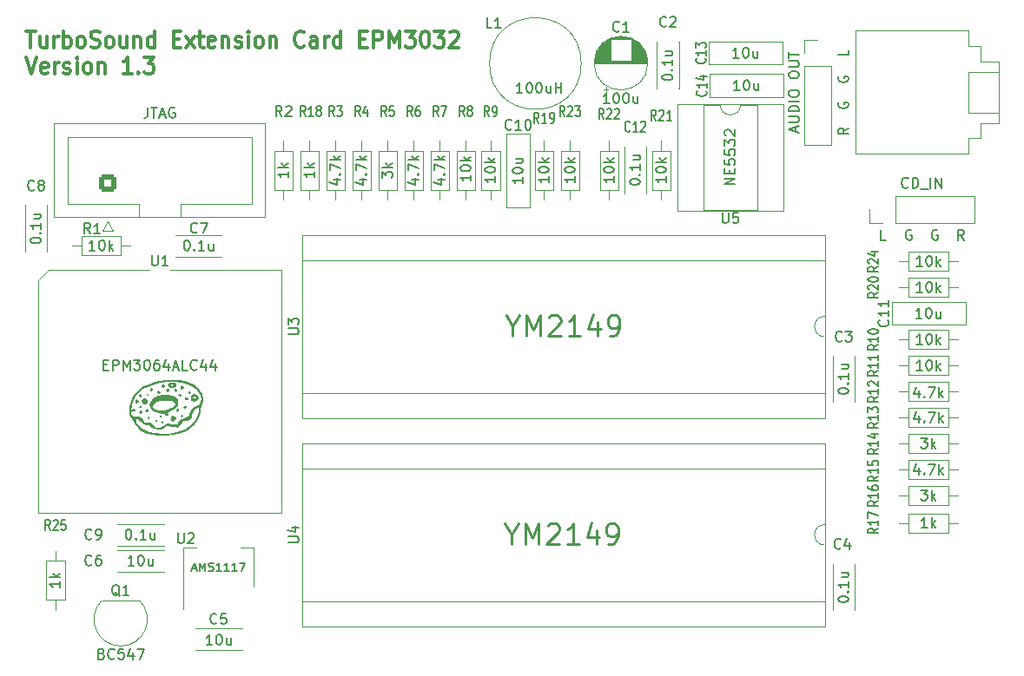
<source format=gto>
%TF.GenerationSoftware,KiCad,Pcbnew,(6.0.11)*%
%TF.CreationDate,2023-01-30T22:43:52+07:00*%
%TF.ProjectId,TS_Ext_EPM3032,54535f45-7874-45f4-9550-4d333033322e,1.3*%
%TF.SameCoordinates,Original*%
%TF.FileFunction,Legend,Top*%
%TF.FilePolarity,Positive*%
%FSLAX46Y46*%
G04 Gerber Fmt 4.6, Leading zero omitted, Abs format (unit mm)*
G04 Created by KiCad (PCBNEW (6.0.11)) date 2023-01-30 22:43:52*
%MOMM*%
%LPD*%
G01*
G04 APERTURE LIST*
G04 Aperture macros list*
%AMRoundRect*
0 Rectangle with rounded corners*
0 $1 Rounding radius*
0 $2 $3 $4 $5 $6 $7 $8 $9 X,Y pos of 4 corners*
0 Add a 4 corners polygon primitive as box body*
4,1,4,$2,$3,$4,$5,$6,$7,$8,$9,$2,$3,0*
0 Add four circle primitives for the rounded corners*
1,1,$1+$1,$2,$3*
1,1,$1+$1,$4,$5*
1,1,$1+$1,$6,$7*
1,1,$1+$1,$8,$9*
0 Add four rect primitives between the rounded corners*
20,1,$1+$1,$2,$3,$4,$5,0*
20,1,$1+$1,$4,$5,$6,$7,0*
20,1,$1+$1,$6,$7,$8,$9,0*
20,1,$1+$1,$8,$9,$2,$3,0*%
G04 Aperture macros list end*
%ADD10C,0.150000*%
%ADD11C,0.300000*%
%ADD12C,0.250000*%
%ADD13C,0.120000*%
%ADD14C,1.600000*%
%ADD15R,1.050000X1.500000*%
%ADD16O,1.050000X1.500000*%
%ADD17C,1.400000*%
%ADD18O,1.400000X1.400000*%
%ADD19R,1.600000X1.600000*%
%ADD20O,1.600000X1.600000*%
%ADD21R,1.600000X8.000000*%
%ADD22R,1.422400X1.422400*%
%ADD23C,1.422400*%
%ADD24O,2.200000X1.200000*%
%ADD25O,1.200000X2.200000*%
%ADD26RoundRect,0.250000X0.600000X-0.600000X0.600000X0.600000X-0.600000X0.600000X-0.600000X-0.600000X0*%
%ADD27C,1.700000*%
%ADD28C,2.600000*%
%ADD29R,1.700000X1.700000*%
%ADD30O,1.700000X1.700000*%
%ADD31R,1.500000X2.000000*%
%ADD32R,3.800000X2.000000*%
G04 APERTURE END LIST*
D10*
X109037380Y-36520476D02*
X108561190Y-36853809D01*
X109037380Y-37091904D02*
X108037380Y-37091904D01*
X108037380Y-36710952D01*
X108085000Y-36615714D01*
X108132619Y-36568095D01*
X108227857Y-36520476D01*
X108370714Y-36520476D01*
X108465952Y-36568095D01*
X108513571Y-36615714D01*
X108561190Y-36710952D01*
X108561190Y-37091904D01*
X108085000Y-34028095D02*
X108037380Y-34123333D01*
X108037380Y-34266190D01*
X108085000Y-34409047D01*
X108180238Y-34504285D01*
X108275476Y-34551904D01*
X108465952Y-34599523D01*
X108608809Y-34599523D01*
X108799285Y-34551904D01*
X108894523Y-34504285D01*
X108989761Y-34409047D01*
X109037380Y-34266190D01*
X109037380Y-34170952D01*
X108989761Y-34028095D01*
X108942142Y-33980476D01*
X108608809Y-33980476D01*
X108608809Y-34170952D01*
X120314523Y-47442380D02*
X119981190Y-46966190D01*
X119743095Y-47442380D02*
X119743095Y-46442380D01*
X120124047Y-46442380D01*
X120219285Y-46490000D01*
X120266904Y-46537619D01*
X120314523Y-46632857D01*
X120314523Y-46775714D01*
X120266904Y-46870952D01*
X120219285Y-46918571D01*
X120124047Y-46966190D01*
X119743095Y-46966190D01*
X117726904Y-46490000D02*
X117631666Y-46442380D01*
X117488809Y-46442380D01*
X117345952Y-46490000D01*
X117250714Y-46585238D01*
X117203095Y-46680476D01*
X117155476Y-46870952D01*
X117155476Y-47013809D01*
X117203095Y-47204285D01*
X117250714Y-47299523D01*
X117345952Y-47394761D01*
X117488809Y-47442380D01*
X117584047Y-47442380D01*
X117726904Y-47394761D01*
X117774523Y-47347142D01*
X117774523Y-47013809D01*
X117584047Y-47013809D01*
X112694523Y-47442380D02*
X112218333Y-47442380D01*
X112218333Y-46442380D01*
D11*
X28912857Y-27045809D02*
X29770000Y-27045809D01*
X29341428Y-28645809D02*
X29341428Y-27045809D01*
X30912857Y-27579142D02*
X30912857Y-28645809D01*
X30270000Y-27579142D02*
X30270000Y-28417238D01*
X30341428Y-28569619D01*
X30484285Y-28645809D01*
X30698571Y-28645809D01*
X30841428Y-28569619D01*
X30912857Y-28493428D01*
X31627142Y-28645809D02*
X31627142Y-27579142D01*
X31627142Y-27883904D02*
X31698571Y-27731523D01*
X31770000Y-27655333D01*
X31912857Y-27579142D01*
X32055714Y-27579142D01*
X32555714Y-28645809D02*
X32555714Y-27045809D01*
X32555714Y-27655333D02*
X32698571Y-27579142D01*
X32984285Y-27579142D01*
X33127142Y-27655333D01*
X33198571Y-27731523D01*
X33270000Y-27883904D01*
X33270000Y-28341047D01*
X33198571Y-28493428D01*
X33127142Y-28569619D01*
X32984285Y-28645809D01*
X32698571Y-28645809D01*
X32555714Y-28569619D01*
X34127142Y-28645809D02*
X33984285Y-28569619D01*
X33912857Y-28493428D01*
X33841428Y-28341047D01*
X33841428Y-27883904D01*
X33912857Y-27731523D01*
X33984285Y-27655333D01*
X34127142Y-27579142D01*
X34341428Y-27579142D01*
X34484285Y-27655333D01*
X34555714Y-27731523D01*
X34627142Y-27883904D01*
X34627142Y-28341047D01*
X34555714Y-28493428D01*
X34484285Y-28569619D01*
X34341428Y-28645809D01*
X34127142Y-28645809D01*
X35198571Y-28569619D02*
X35412857Y-28645809D01*
X35770000Y-28645809D01*
X35912857Y-28569619D01*
X35984285Y-28493428D01*
X36055714Y-28341047D01*
X36055714Y-28188666D01*
X35984285Y-28036285D01*
X35912857Y-27960095D01*
X35770000Y-27883904D01*
X35484285Y-27807714D01*
X35341428Y-27731523D01*
X35270000Y-27655333D01*
X35198571Y-27502952D01*
X35198571Y-27350571D01*
X35270000Y-27198190D01*
X35341428Y-27122000D01*
X35484285Y-27045809D01*
X35841428Y-27045809D01*
X36055714Y-27122000D01*
X36912857Y-28645809D02*
X36770000Y-28569619D01*
X36698571Y-28493428D01*
X36627142Y-28341047D01*
X36627142Y-27883904D01*
X36698571Y-27731523D01*
X36770000Y-27655333D01*
X36912857Y-27579142D01*
X37127142Y-27579142D01*
X37270000Y-27655333D01*
X37341428Y-27731523D01*
X37412857Y-27883904D01*
X37412857Y-28341047D01*
X37341428Y-28493428D01*
X37270000Y-28569619D01*
X37127142Y-28645809D01*
X36912857Y-28645809D01*
X38698571Y-27579142D02*
X38698571Y-28645809D01*
X38055714Y-27579142D02*
X38055714Y-28417238D01*
X38127142Y-28569619D01*
X38270000Y-28645809D01*
X38484285Y-28645809D01*
X38627142Y-28569619D01*
X38698571Y-28493428D01*
X39412857Y-27579142D02*
X39412857Y-28645809D01*
X39412857Y-27731523D02*
X39484285Y-27655333D01*
X39627142Y-27579142D01*
X39841428Y-27579142D01*
X39984285Y-27655333D01*
X40055714Y-27807714D01*
X40055714Y-28645809D01*
X41412857Y-28645809D02*
X41412857Y-27045809D01*
X41412857Y-28569619D02*
X41270000Y-28645809D01*
X40984285Y-28645809D01*
X40841428Y-28569619D01*
X40770000Y-28493428D01*
X40698571Y-28341047D01*
X40698571Y-27883904D01*
X40770000Y-27731523D01*
X40841428Y-27655333D01*
X40984285Y-27579142D01*
X41270000Y-27579142D01*
X41412857Y-27655333D01*
X43269999Y-27807714D02*
X43769999Y-27807714D01*
X43984285Y-28645809D02*
X43269999Y-28645809D01*
X43269999Y-27045809D01*
X43984285Y-27045809D01*
X44484285Y-28645809D02*
X45269999Y-27579142D01*
X44484285Y-27579142D02*
X45269999Y-28645809D01*
X45627142Y-27579142D02*
X46198571Y-27579142D01*
X45841428Y-27045809D02*
X45841428Y-28417238D01*
X45912857Y-28569619D01*
X46055714Y-28645809D01*
X46198571Y-28645809D01*
X47270000Y-28569619D02*
X47127142Y-28645809D01*
X46841428Y-28645809D01*
X46698571Y-28569619D01*
X46627142Y-28417238D01*
X46627142Y-27807714D01*
X46698571Y-27655333D01*
X46841428Y-27579142D01*
X47127142Y-27579142D01*
X47270000Y-27655333D01*
X47341428Y-27807714D01*
X47341428Y-27960095D01*
X46627142Y-28112476D01*
X47984285Y-27579142D02*
X47984285Y-28645809D01*
X47984285Y-27731523D02*
X48055714Y-27655333D01*
X48198571Y-27579142D01*
X48412857Y-27579142D01*
X48555714Y-27655333D01*
X48627142Y-27807714D01*
X48627142Y-28645809D01*
X49270000Y-28569619D02*
X49412857Y-28645809D01*
X49698571Y-28645809D01*
X49841428Y-28569619D01*
X49912857Y-28417238D01*
X49912857Y-28341047D01*
X49841428Y-28188666D01*
X49698571Y-28112476D01*
X49484285Y-28112476D01*
X49341428Y-28036285D01*
X49270000Y-27883904D01*
X49270000Y-27807714D01*
X49341428Y-27655333D01*
X49484285Y-27579142D01*
X49698571Y-27579142D01*
X49841428Y-27655333D01*
X50555714Y-28645809D02*
X50555714Y-27579142D01*
X50555714Y-27045809D02*
X50484285Y-27122000D01*
X50555714Y-27198190D01*
X50627142Y-27122000D01*
X50555714Y-27045809D01*
X50555714Y-27198190D01*
X51484285Y-28645809D02*
X51341428Y-28569619D01*
X51270000Y-28493428D01*
X51198571Y-28341047D01*
X51198571Y-27883904D01*
X51270000Y-27731523D01*
X51341428Y-27655333D01*
X51484285Y-27579142D01*
X51698571Y-27579142D01*
X51841428Y-27655333D01*
X51912857Y-27731523D01*
X51984285Y-27883904D01*
X51984285Y-28341047D01*
X51912857Y-28493428D01*
X51841428Y-28569619D01*
X51698571Y-28645809D01*
X51484285Y-28645809D01*
X52627142Y-27579142D02*
X52627142Y-28645809D01*
X52627142Y-27731523D02*
X52698571Y-27655333D01*
X52841428Y-27579142D01*
X53055714Y-27579142D01*
X53198571Y-27655333D01*
X53270000Y-27807714D01*
X53270000Y-28645809D01*
X55984285Y-28493428D02*
X55912857Y-28569619D01*
X55698571Y-28645809D01*
X55555714Y-28645809D01*
X55341428Y-28569619D01*
X55198571Y-28417238D01*
X55127142Y-28264857D01*
X55055714Y-27960095D01*
X55055714Y-27731523D01*
X55127142Y-27426761D01*
X55198571Y-27274380D01*
X55341428Y-27122000D01*
X55555714Y-27045809D01*
X55698571Y-27045809D01*
X55912857Y-27122000D01*
X55984285Y-27198190D01*
X57270000Y-28645809D02*
X57270000Y-27807714D01*
X57198571Y-27655333D01*
X57055714Y-27579142D01*
X56770000Y-27579142D01*
X56627142Y-27655333D01*
X57270000Y-28569619D02*
X57127142Y-28645809D01*
X56770000Y-28645809D01*
X56627142Y-28569619D01*
X56555714Y-28417238D01*
X56555714Y-28264857D01*
X56627142Y-28112476D01*
X56770000Y-28036285D01*
X57127142Y-28036285D01*
X57270000Y-27960095D01*
X57984285Y-28645809D02*
X57984285Y-27579142D01*
X57984285Y-27883904D02*
X58055714Y-27731523D01*
X58127142Y-27655333D01*
X58270000Y-27579142D01*
X58412857Y-27579142D01*
X59555714Y-28645809D02*
X59555714Y-27045809D01*
X59555714Y-28569619D02*
X59412857Y-28645809D01*
X59127142Y-28645809D01*
X58984285Y-28569619D01*
X58912857Y-28493428D01*
X58841428Y-28341047D01*
X58841428Y-27883904D01*
X58912857Y-27731523D01*
X58984285Y-27655333D01*
X59127142Y-27579142D01*
X59412857Y-27579142D01*
X59555714Y-27655333D01*
X61412857Y-27807714D02*
X61912857Y-27807714D01*
X62127142Y-28645809D02*
X61412857Y-28645809D01*
X61412857Y-27045809D01*
X62127142Y-27045809D01*
X62770000Y-28645809D02*
X62770000Y-27045809D01*
X63341428Y-27045809D01*
X63484285Y-27122000D01*
X63555714Y-27198190D01*
X63627142Y-27350571D01*
X63627142Y-27579142D01*
X63555714Y-27731523D01*
X63484285Y-27807714D01*
X63341428Y-27883904D01*
X62770000Y-27883904D01*
X64270000Y-28645809D02*
X64270000Y-27045809D01*
X64770000Y-28188666D01*
X65270000Y-27045809D01*
X65270000Y-28645809D01*
X65841428Y-27045809D02*
X66770000Y-27045809D01*
X66270000Y-27655333D01*
X66484285Y-27655333D01*
X66627142Y-27731523D01*
X66698571Y-27807714D01*
X66770000Y-27960095D01*
X66770000Y-28341047D01*
X66698571Y-28493428D01*
X66627142Y-28569619D01*
X66484285Y-28645809D01*
X66055714Y-28645809D01*
X65912857Y-28569619D01*
X65841428Y-28493428D01*
X67698571Y-27045809D02*
X67841428Y-27045809D01*
X67984285Y-27122000D01*
X68055714Y-27198190D01*
X68127142Y-27350571D01*
X68198571Y-27655333D01*
X68198571Y-28036285D01*
X68127142Y-28341047D01*
X68055714Y-28493428D01*
X67984285Y-28569619D01*
X67841428Y-28645809D01*
X67698571Y-28645809D01*
X67555714Y-28569619D01*
X67484285Y-28493428D01*
X67412857Y-28341047D01*
X67341428Y-28036285D01*
X67341428Y-27655333D01*
X67412857Y-27350571D01*
X67484285Y-27198190D01*
X67555714Y-27122000D01*
X67698571Y-27045809D01*
X68698571Y-27045809D02*
X69627142Y-27045809D01*
X69127142Y-27655333D01*
X69341428Y-27655333D01*
X69484285Y-27731523D01*
X69555714Y-27807714D01*
X69627142Y-27960095D01*
X69627142Y-28341047D01*
X69555714Y-28493428D01*
X69484285Y-28569619D01*
X69341428Y-28645809D01*
X68912857Y-28645809D01*
X68770000Y-28569619D01*
X68698571Y-28493428D01*
X70198571Y-27198190D02*
X70270000Y-27122000D01*
X70412857Y-27045809D01*
X70770000Y-27045809D01*
X70912857Y-27122000D01*
X70984285Y-27198190D01*
X71055714Y-27350571D01*
X71055714Y-27502952D01*
X70984285Y-27731523D01*
X70127142Y-28645809D01*
X71055714Y-28645809D01*
X28912857Y-29621809D02*
X29412857Y-31221809D01*
X29912857Y-29621809D01*
X30984285Y-31145619D02*
X30841428Y-31221809D01*
X30555714Y-31221809D01*
X30412857Y-31145619D01*
X30341428Y-30993238D01*
X30341428Y-30383714D01*
X30412857Y-30231333D01*
X30555714Y-30155142D01*
X30841428Y-30155142D01*
X30984285Y-30231333D01*
X31055714Y-30383714D01*
X31055714Y-30536095D01*
X30341428Y-30688476D01*
X31698571Y-31221809D02*
X31698571Y-30155142D01*
X31698571Y-30459904D02*
X31770000Y-30307523D01*
X31841428Y-30231333D01*
X31984285Y-30155142D01*
X32127142Y-30155142D01*
X32555714Y-31145619D02*
X32698571Y-31221809D01*
X32984285Y-31221809D01*
X33127142Y-31145619D01*
X33198571Y-30993238D01*
X33198571Y-30917047D01*
X33127142Y-30764666D01*
X32984285Y-30688476D01*
X32770000Y-30688476D01*
X32627142Y-30612285D01*
X32555714Y-30459904D01*
X32555714Y-30383714D01*
X32627142Y-30231333D01*
X32770000Y-30155142D01*
X32984285Y-30155142D01*
X33127142Y-30231333D01*
X33841428Y-31221809D02*
X33841428Y-30155142D01*
X33841428Y-29621809D02*
X33770000Y-29698000D01*
X33841428Y-29774190D01*
X33912857Y-29698000D01*
X33841428Y-29621809D01*
X33841428Y-29774190D01*
X34770000Y-31221809D02*
X34627142Y-31145619D01*
X34555714Y-31069428D01*
X34484285Y-30917047D01*
X34484285Y-30459904D01*
X34555714Y-30307523D01*
X34627142Y-30231333D01*
X34770000Y-30155142D01*
X34984285Y-30155142D01*
X35127142Y-30231333D01*
X35198571Y-30307523D01*
X35270000Y-30459904D01*
X35270000Y-30917047D01*
X35198571Y-31069428D01*
X35127142Y-31145619D01*
X34984285Y-31221809D01*
X34770000Y-31221809D01*
X35912857Y-30155142D02*
X35912857Y-31221809D01*
X35912857Y-30307523D02*
X35984285Y-30231333D01*
X36127142Y-30155142D01*
X36341428Y-30155142D01*
X36484285Y-30231333D01*
X36555714Y-30383714D01*
X36555714Y-31221809D01*
X39198571Y-31221809D02*
X38341428Y-31221809D01*
X38770000Y-31221809D02*
X38770000Y-29621809D01*
X38627142Y-29850380D01*
X38484285Y-30002761D01*
X38341428Y-30078952D01*
X39841428Y-31069428D02*
X39912857Y-31145619D01*
X39841428Y-31221809D01*
X39770000Y-31145619D01*
X39841428Y-31069428D01*
X39841428Y-31221809D01*
X40412857Y-29621809D02*
X41341428Y-29621809D01*
X40841428Y-30231333D01*
X41055714Y-30231333D01*
X41198571Y-30307523D01*
X41270000Y-30383714D01*
X41341428Y-30536095D01*
X41341428Y-30917047D01*
X41270000Y-31069428D01*
X41198571Y-31145619D01*
X41055714Y-31221809D01*
X40627142Y-31221809D01*
X40484285Y-31145619D01*
X40412857Y-31069428D01*
D10*
X115186904Y-46490000D02*
X115091666Y-46442380D01*
X114948809Y-46442380D01*
X114805952Y-46490000D01*
X114710714Y-46585238D01*
X114663095Y-46680476D01*
X114615476Y-46870952D01*
X114615476Y-47013809D01*
X114663095Y-47204285D01*
X114710714Y-47299523D01*
X114805952Y-47394761D01*
X114948809Y-47442380D01*
X115044047Y-47442380D01*
X115186904Y-47394761D01*
X115234523Y-47347142D01*
X115234523Y-47013809D01*
X115044047Y-47013809D01*
X109037380Y-28900476D02*
X109037380Y-29376666D01*
X108037380Y-29376666D01*
X108085000Y-31488095D02*
X108037380Y-31583333D01*
X108037380Y-31726190D01*
X108085000Y-31869047D01*
X108180238Y-31964285D01*
X108275476Y-32011904D01*
X108465952Y-32059523D01*
X108608809Y-32059523D01*
X108799285Y-32011904D01*
X108894523Y-31964285D01*
X108989761Y-31869047D01*
X109037380Y-31726190D01*
X109037380Y-31630952D01*
X108989761Y-31488095D01*
X108942142Y-31440476D01*
X108608809Y-31440476D01*
X108608809Y-31630952D01*
%TO.C,C4*%
X108291333Y-77486142D02*
X108243714Y-77533761D01*
X108100857Y-77581380D01*
X108005619Y-77581380D01*
X107862761Y-77533761D01*
X107767523Y-77438523D01*
X107719904Y-77343285D01*
X107672285Y-77152809D01*
X107672285Y-77009952D01*
X107719904Y-76819476D01*
X107767523Y-76724238D01*
X107862761Y-76629000D01*
X108005619Y-76581380D01*
X108100857Y-76581380D01*
X108243714Y-76629000D01*
X108291333Y-76676619D01*
X109148476Y-76914714D02*
X109148476Y-77581380D01*
X108910380Y-76533761D02*
X108672285Y-77248047D01*
X109291333Y-77248047D01*
X108037380Y-82534285D02*
X108037380Y-82439047D01*
X108085000Y-82343809D01*
X108132619Y-82296190D01*
X108227857Y-82248571D01*
X108418333Y-82200952D01*
X108656428Y-82200952D01*
X108846904Y-82248571D01*
X108942142Y-82296190D01*
X108989761Y-82343809D01*
X109037380Y-82439047D01*
X109037380Y-82534285D01*
X108989761Y-82629523D01*
X108942142Y-82677142D01*
X108846904Y-82724761D01*
X108656428Y-82772380D01*
X108418333Y-82772380D01*
X108227857Y-82724761D01*
X108132619Y-82677142D01*
X108085000Y-82629523D01*
X108037380Y-82534285D01*
X108942142Y-81772380D02*
X108989761Y-81724761D01*
X109037380Y-81772380D01*
X108989761Y-81820000D01*
X108942142Y-81772380D01*
X109037380Y-81772380D01*
X109037380Y-80772380D02*
X109037380Y-81343809D01*
X109037380Y-81058095D02*
X108037380Y-81058095D01*
X108180238Y-81153333D01*
X108275476Y-81248571D01*
X108323095Y-81343809D01*
X108370714Y-79915238D02*
X109037380Y-79915238D01*
X108370714Y-80343809D02*
X108894523Y-80343809D01*
X108989761Y-80296190D01*
X109037380Y-80200952D01*
X109037380Y-80058095D01*
X108989761Y-79962857D01*
X108942142Y-79915238D01*
%TO.C,Q1*%
X38004761Y-82187619D02*
X37909523Y-82140000D01*
X37814285Y-82044761D01*
X37671428Y-81901904D01*
X37576190Y-81854285D01*
X37480952Y-81854285D01*
X37528571Y-82092380D02*
X37433333Y-82044761D01*
X37338095Y-81949523D01*
X37290476Y-81759047D01*
X37290476Y-81425714D01*
X37338095Y-81235238D01*
X37433333Y-81140000D01*
X37528571Y-81092380D01*
X37719047Y-81092380D01*
X37814285Y-81140000D01*
X37909523Y-81235238D01*
X37957142Y-81425714D01*
X37957142Y-81759047D01*
X37909523Y-81949523D01*
X37814285Y-82044761D01*
X37719047Y-82092380D01*
X37528571Y-82092380D01*
X38909523Y-82092380D02*
X38338095Y-82092380D01*
X38623809Y-82092380D02*
X38623809Y-81092380D01*
X38528571Y-81235238D01*
X38433333Y-81330476D01*
X38338095Y-81378095D01*
X36242857Y-87812571D02*
X36385714Y-87860190D01*
X36433333Y-87907809D01*
X36480952Y-88003047D01*
X36480952Y-88145904D01*
X36433333Y-88241142D01*
X36385714Y-88288761D01*
X36290476Y-88336380D01*
X35909523Y-88336380D01*
X35909523Y-87336380D01*
X36242857Y-87336380D01*
X36338095Y-87384000D01*
X36385714Y-87431619D01*
X36433333Y-87526857D01*
X36433333Y-87622095D01*
X36385714Y-87717333D01*
X36338095Y-87764952D01*
X36242857Y-87812571D01*
X35909523Y-87812571D01*
X37480952Y-88241142D02*
X37433333Y-88288761D01*
X37290476Y-88336380D01*
X37195238Y-88336380D01*
X37052380Y-88288761D01*
X36957142Y-88193523D01*
X36909523Y-88098285D01*
X36861904Y-87907809D01*
X36861904Y-87764952D01*
X36909523Y-87574476D01*
X36957142Y-87479238D01*
X37052380Y-87384000D01*
X37195238Y-87336380D01*
X37290476Y-87336380D01*
X37433333Y-87384000D01*
X37480952Y-87431619D01*
X38385714Y-87336380D02*
X37909523Y-87336380D01*
X37861904Y-87812571D01*
X37909523Y-87764952D01*
X38004761Y-87717333D01*
X38242857Y-87717333D01*
X38338095Y-87764952D01*
X38385714Y-87812571D01*
X38433333Y-87907809D01*
X38433333Y-88145904D01*
X38385714Y-88241142D01*
X38338095Y-88288761D01*
X38242857Y-88336380D01*
X38004761Y-88336380D01*
X37909523Y-88288761D01*
X37861904Y-88241142D01*
X39290476Y-87669714D02*
X39290476Y-88336380D01*
X39052380Y-87288761D02*
X38814285Y-88003047D01*
X39433333Y-88003047D01*
X39719047Y-87336380D02*
X40385714Y-87336380D01*
X39957142Y-88336380D01*
%TO.C,R21*%
X90290714Y-35758380D02*
X90024047Y-35282190D01*
X89833571Y-35758380D02*
X89833571Y-34758380D01*
X90138333Y-34758380D01*
X90214523Y-34806000D01*
X90252619Y-34853619D01*
X90290714Y-34948857D01*
X90290714Y-35091714D01*
X90252619Y-35186952D01*
X90214523Y-35234571D01*
X90138333Y-35282190D01*
X89833571Y-35282190D01*
X90595476Y-34853619D02*
X90633571Y-34806000D01*
X90709761Y-34758380D01*
X90900238Y-34758380D01*
X90976428Y-34806000D01*
X91014523Y-34853619D01*
X91052619Y-34948857D01*
X91052619Y-35044095D01*
X91014523Y-35186952D01*
X90557380Y-35758380D01*
X91052619Y-35758380D01*
X91814523Y-35758380D02*
X91357380Y-35758380D01*
X91585952Y-35758380D02*
X91585952Y-34758380D01*
X91509761Y-34901238D01*
X91433571Y-34996476D01*
X91357380Y-35044095D01*
X91257380Y-41235238D02*
X91257380Y-41806666D01*
X91257380Y-41520952D02*
X90257380Y-41520952D01*
X90400238Y-41616190D01*
X90495476Y-41711428D01*
X90543095Y-41806666D01*
X90257380Y-40616190D02*
X90257380Y-40520952D01*
X90305000Y-40425714D01*
X90352619Y-40378095D01*
X90447857Y-40330476D01*
X90638333Y-40282857D01*
X90876428Y-40282857D01*
X91066904Y-40330476D01*
X91162142Y-40378095D01*
X91209761Y-40425714D01*
X91257380Y-40520952D01*
X91257380Y-40616190D01*
X91209761Y-40711428D01*
X91162142Y-40759047D01*
X91066904Y-40806666D01*
X90876428Y-40854285D01*
X90638333Y-40854285D01*
X90447857Y-40806666D01*
X90352619Y-40759047D01*
X90305000Y-40711428D01*
X90257380Y-40616190D01*
X91257380Y-39854285D02*
X90257380Y-39854285D01*
X90876428Y-39759047D02*
X91257380Y-39473333D01*
X90590714Y-39473333D02*
X90971666Y-39854285D01*
%TO.C,U4*%
X54443380Y-76961904D02*
X55252904Y-76961904D01*
X55348142Y-76914285D01*
X55395761Y-76866666D01*
X55443380Y-76771428D01*
X55443380Y-76580952D01*
X55395761Y-76485714D01*
X55348142Y-76438095D01*
X55252904Y-76390476D01*
X54443380Y-76390476D01*
X54776714Y-75485714D02*
X55443380Y-75485714D01*
X54395761Y-75723809D02*
X55110047Y-75961904D01*
X55110047Y-75342857D01*
D12*
X76200619Y-76152380D02*
X76200619Y-77104761D01*
X75533952Y-75104761D02*
X76200619Y-76152380D01*
X76867285Y-75104761D01*
X77533952Y-77104761D02*
X77533952Y-75104761D01*
X78200619Y-76533333D01*
X78867285Y-75104761D01*
X78867285Y-77104761D01*
X79724428Y-75295238D02*
X79819666Y-75200000D01*
X80010142Y-75104761D01*
X80486333Y-75104761D01*
X80676809Y-75200000D01*
X80772047Y-75295238D01*
X80867285Y-75485714D01*
X80867285Y-75676190D01*
X80772047Y-75961904D01*
X79629190Y-77104761D01*
X80867285Y-77104761D01*
X82772047Y-77104761D02*
X81629190Y-77104761D01*
X82200619Y-77104761D02*
X82200619Y-75104761D01*
X82010142Y-75390476D01*
X81819666Y-75580952D01*
X81629190Y-75676190D01*
X84486333Y-75771428D02*
X84486333Y-77104761D01*
X84010142Y-75009523D02*
X83533952Y-76438095D01*
X84772047Y-76438095D01*
X85629190Y-77104761D02*
X86010142Y-77104761D01*
X86200619Y-77009523D01*
X86295857Y-76914285D01*
X86486333Y-76628571D01*
X86581571Y-76247619D01*
X86581571Y-75485714D01*
X86486333Y-75295238D01*
X86391095Y-75200000D01*
X86200619Y-75104761D01*
X85819666Y-75104761D01*
X85629190Y-75200000D01*
X85533952Y-75295238D01*
X85438714Y-75485714D01*
X85438714Y-75961904D01*
X85533952Y-76152380D01*
X85629190Y-76247619D01*
X85819666Y-76342857D01*
X86200619Y-76342857D01*
X86391095Y-76247619D01*
X86486333Y-76152380D01*
X86581571Y-75961904D01*
D10*
%TO.C,R2*%
X53808333Y-35377380D02*
X53475000Y-34901190D01*
X53236904Y-35377380D02*
X53236904Y-34377380D01*
X53617857Y-34377380D01*
X53713095Y-34425000D01*
X53760714Y-34472619D01*
X53808333Y-34567857D01*
X53808333Y-34710714D01*
X53760714Y-34805952D01*
X53713095Y-34853571D01*
X53617857Y-34901190D01*
X53236904Y-34901190D01*
X54189285Y-34472619D02*
X54236904Y-34425000D01*
X54332142Y-34377380D01*
X54570238Y-34377380D01*
X54665476Y-34425000D01*
X54713095Y-34472619D01*
X54760714Y-34567857D01*
X54760714Y-34663095D01*
X54713095Y-34805952D01*
X54141666Y-35377380D01*
X54760714Y-35377380D01*
X54427380Y-40759047D02*
X54427380Y-41330476D01*
X54427380Y-41044761D02*
X53427380Y-41044761D01*
X53570238Y-41140000D01*
X53665476Y-41235238D01*
X53713095Y-41330476D01*
X54427380Y-40330476D02*
X53427380Y-40330476D01*
X54046428Y-40235238D02*
X54427380Y-39949523D01*
X53760714Y-39949523D02*
X54141666Y-40330476D01*
%TO.C,R16*%
X111958380Y-72904285D02*
X111482190Y-73170952D01*
X111958380Y-73361428D02*
X110958380Y-73361428D01*
X110958380Y-73056666D01*
X111006000Y-72980476D01*
X111053619Y-72942380D01*
X111148857Y-72904285D01*
X111291714Y-72904285D01*
X111386952Y-72942380D01*
X111434571Y-72980476D01*
X111482190Y-73056666D01*
X111482190Y-73361428D01*
X111958380Y-72142380D02*
X111958380Y-72599523D01*
X111958380Y-72370952D02*
X110958380Y-72370952D01*
X111101238Y-72447142D01*
X111196476Y-72523333D01*
X111244095Y-72599523D01*
X110958380Y-71456666D02*
X110958380Y-71609047D01*
X111006000Y-71685238D01*
X111053619Y-71723333D01*
X111196476Y-71799523D01*
X111386952Y-71837619D01*
X111767904Y-71837619D01*
X111863142Y-71799523D01*
X111910761Y-71761428D01*
X111958380Y-71685238D01*
X111958380Y-71532857D01*
X111910761Y-71456666D01*
X111863142Y-71418571D01*
X111767904Y-71380476D01*
X111529809Y-71380476D01*
X111434571Y-71418571D01*
X111386952Y-71456666D01*
X111339333Y-71532857D01*
X111339333Y-71685238D01*
X111386952Y-71761428D01*
X111434571Y-71799523D01*
X111529809Y-71837619D01*
X116101904Y-71842380D02*
X116720952Y-71842380D01*
X116387619Y-72223333D01*
X116530476Y-72223333D01*
X116625714Y-72270952D01*
X116673333Y-72318571D01*
X116720952Y-72413809D01*
X116720952Y-72651904D01*
X116673333Y-72747142D01*
X116625714Y-72794761D01*
X116530476Y-72842380D01*
X116244761Y-72842380D01*
X116149523Y-72794761D01*
X116101904Y-72747142D01*
X117149523Y-72842380D02*
X117149523Y-71842380D01*
X117244761Y-72461428D02*
X117530476Y-72842380D01*
X117530476Y-72175714D02*
X117149523Y-72556666D01*
%TO.C,U1*%
X41148095Y-48932380D02*
X41148095Y-49741904D01*
X41195714Y-49837142D01*
X41243333Y-49884761D01*
X41338571Y-49932380D01*
X41529047Y-49932380D01*
X41624285Y-49884761D01*
X41671904Y-49837142D01*
X41719523Y-49741904D01*
X41719523Y-48932380D01*
X42719523Y-49932380D02*
X42148095Y-49932380D01*
X42433809Y-49932380D02*
X42433809Y-48932380D01*
X42338571Y-49075238D01*
X42243333Y-49170476D01*
X42148095Y-49218095D01*
X36433809Y-59618571D02*
X36767142Y-59618571D01*
X36910000Y-60142380D02*
X36433809Y-60142380D01*
X36433809Y-59142380D01*
X36910000Y-59142380D01*
X37338571Y-60142380D02*
X37338571Y-59142380D01*
X37719523Y-59142380D01*
X37814761Y-59190000D01*
X37862380Y-59237619D01*
X37910000Y-59332857D01*
X37910000Y-59475714D01*
X37862380Y-59570952D01*
X37814761Y-59618571D01*
X37719523Y-59666190D01*
X37338571Y-59666190D01*
X38338571Y-60142380D02*
X38338571Y-59142380D01*
X38671904Y-59856666D01*
X39005238Y-59142380D01*
X39005238Y-60142380D01*
X39386190Y-59142380D02*
X40005238Y-59142380D01*
X39671904Y-59523333D01*
X39814761Y-59523333D01*
X39910000Y-59570952D01*
X39957619Y-59618571D01*
X40005238Y-59713809D01*
X40005238Y-59951904D01*
X39957619Y-60047142D01*
X39910000Y-60094761D01*
X39814761Y-60142380D01*
X39529047Y-60142380D01*
X39433809Y-60094761D01*
X39386190Y-60047142D01*
X40624285Y-59142380D02*
X40719523Y-59142380D01*
X40814761Y-59190000D01*
X40862380Y-59237619D01*
X40910000Y-59332857D01*
X40957619Y-59523333D01*
X40957619Y-59761428D01*
X40910000Y-59951904D01*
X40862380Y-60047142D01*
X40814761Y-60094761D01*
X40719523Y-60142380D01*
X40624285Y-60142380D01*
X40529047Y-60094761D01*
X40481428Y-60047142D01*
X40433809Y-59951904D01*
X40386190Y-59761428D01*
X40386190Y-59523333D01*
X40433809Y-59332857D01*
X40481428Y-59237619D01*
X40529047Y-59190000D01*
X40624285Y-59142380D01*
X41814761Y-59142380D02*
X41624285Y-59142380D01*
X41529047Y-59190000D01*
X41481428Y-59237619D01*
X41386190Y-59380476D01*
X41338571Y-59570952D01*
X41338571Y-59951904D01*
X41386190Y-60047142D01*
X41433809Y-60094761D01*
X41529047Y-60142380D01*
X41719523Y-60142380D01*
X41814761Y-60094761D01*
X41862380Y-60047142D01*
X41910000Y-59951904D01*
X41910000Y-59713809D01*
X41862380Y-59618571D01*
X41814761Y-59570952D01*
X41719523Y-59523333D01*
X41529047Y-59523333D01*
X41433809Y-59570952D01*
X41386190Y-59618571D01*
X41338571Y-59713809D01*
X42767142Y-59475714D02*
X42767142Y-60142380D01*
X42529047Y-59094761D02*
X42290952Y-59809047D01*
X42910000Y-59809047D01*
X43243333Y-59856666D02*
X43719523Y-59856666D01*
X43148095Y-60142380D02*
X43481428Y-59142380D01*
X43814761Y-60142380D01*
X44624285Y-60142380D02*
X44148095Y-60142380D01*
X44148095Y-59142380D01*
X45529047Y-60047142D02*
X45481428Y-60094761D01*
X45338571Y-60142380D01*
X45243333Y-60142380D01*
X45100476Y-60094761D01*
X45005238Y-59999523D01*
X44957619Y-59904285D01*
X44910000Y-59713809D01*
X44910000Y-59570952D01*
X44957619Y-59380476D01*
X45005238Y-59285238D01*
X45100476Y-59190000D01*
X45243333Y-59142380D01*
X45338571Y-59142380D01*
X45481428Y-59190000D01*
X45529047Y-59237619D01*
X46386190Y-59475714D02*
X46386190Y-60142380D01*
X46148095Y-59094761D02*
X45910000Y-59809047D01*
X46529047Y-59809047D01*
X47338571Y-59475714D02*
X47338571Y-60142380D01*
X47100476Y-59094761D02*
X46862380Y-59809047D01*
X47481428Y-59809047D01*
%TO.C,R22*%
X85210714Y-35631380D02*
X84944047Y-35155190D01*
X84753571Y-35631380D02*
X84753571Y-34631380D01*
X85058333Y-34631380D01*
X85134523Y-34679000D01*
X85172619Y-34726619D01*
X85210714Y-34821857D01*
X85210714Y-34964714D01*
X85172619Y-35059952D01*
X85134523Y-35107571D01*
X85058333Y-35155190D01*
X84753571Y-35155190D01*
X85515476Y-34726619D02*
X85553571Y-34679000D01*
X85629761Y-34631380D01*
X85820238Y-34631380D01*
X85896428Y-34679000D01*
X85934523Y-34726619D01*
X85972619Y-34821857D01*
X85972619Y-34917095D01*
X85934523Y-35059952D01*
X85477380Y-35631380D01*
X85972619Y-35631380D01*
X86277380Y-34726619D02*
X86315476Y-34679000D01*
X86391666Y-34631380D01*
X86582142Y-34631380D01*
X86658333Y-34679000D01*
X86696428Y-34726619D01*
X86734523Y-34821857D01*
X86734523Y-34917095D01*
X86696428Y-35059952D01*
X86239285Y-35631380D01*
X86734523Y-35631380D01*
X86177380Y-41235238D02*
X86177380Y-41806666D01*
X86177380Y-41520952D02*
X85177380Y-41520952D01*
X85320238Y-41616190D01*
X85415476Y-41711428D01*
X85463095Y-41806666D01*
X85177380Y-40616190D02*
X85177380Y-40520952D01*
X85225000Y-40425714D01*
X85272619Y-40378095D01*
X85367857Y-40330476D01*
X85558333Y-40282857D01*
X85796428Y-40282857D01*
X85986904Y-40330476D01*
X86082142Y-40378095D01*
X86129761Y-40425714D01*
X86177380Y-40520952D01*
X86177380Y-40616190D01*
X86129761Y-40711428D01*
X86082142Y-40759047D01*
X85986904Y-40806666D01*
X85796428Y-40854285D01*
X85558333Y-40854285D01*
X85367857Y-40806666D01*
X85272619Y-40759047D01*
X85225000Y-40711428D01*
X85177380Y-40616190D01*
X86177380Y-39854285D02*
X85177380Y-39854285D01*
X85796428Y-39759047D02*
X86177380Y-39473333D01*
X85510714Y-39473333D02*
X85891666Y-39854285D01*
%TO.C,C8*%
X29678333Y-42521142D02*
X29630714Y-42568761D01*
X29487857Y-42616380D01*
X29392619Y-42616380D01*
X29249761Y-42568761D01*
X29154523Y-42473523D01*
X29106904Y-42378285D01*
X29059285Y-42187809D01*
X29059285Y-42044952D01*
X29106904Y-41854476D01*
X29154523Y-41759238D01*
X29249761Y-41664000D01*
X29392619Y-41616380D01*
X29487857Y-41616380D01*
X29630714Y-41664000D01*
X29678333Y-41711619D01*
X30249761Y-42044952D02*
X30154523Y-41997333D01*
X30106904Y-41949714D01*
X30059285Y-41854476D01*
X30059285Y-41806857D01*
X30106904Y-41711619D01*
X30154523Y-41664000D01*
X30249761Y-41616380D01*
X30440238Y-41616380D01*
X30535476Y-41664000D01*
X30583095Y-41711619D01*
X30630714Y-41806857D01*
X30630714Y-41854476D01*
X30583095Y-41949714D01*
X30535476Y-41997333D01*
X30440238Y-42044952D01*
X30249761Y-42044952D01*
X30154523Y-42092571D01*
X30106904Y-42140190D01*
X30059285Y-42235428D01*
X30059285Y-42425904D01*
X30106904Y-42521142D01*
X30154523Y-42568761D01*
X30249761Y-42616380D01*
X30440238Y-42616380D01*
X30535476Y-42568761D01*
X30583095Y-42521142D01*
X30630714Y-42425904D01*
X30630714Y-42235428D01*
X30583095Y-42140190D01*
X30535476Y-42092571D01*
X30440238Y-42044952D01*
X29297380Y-47529285D02*
X29297380Y-47434047D01*
X29345000Y-47338809D01*
X29392619Y-47291190D01*
X29487857Y-47243571D01*
X29678333Y-47195952D01*
X29916428Y-47195952D01*
X30106904Y-47243571D01*
X30202142Y-47291190D01*
X30249761Y-47338809D01*
X30297380Y-47434047D01*
X30297380Y-47529285D01*
X30249761Y-47624523D01*
X30202142Y-47672142D01*
X30106904Y-47719761D01*
X29916428Y-47767380D01*
X29678333Y-47767380D01*
X29487857Y-47719761D01*
X29392619Y-47672142D01*
X29345000Y-47624523D01*
X29297380Y-47529285D01*
X30202142Y-46767380D02*
X30249761Y-46719761D01*
X30297380Y-46767380D01*
X30249761Y-46815000D01*
X30202142Y-46767380D01*
X30297380Y-46767380D01*
X30297380Y-45767380D02*
X30297380Y-46338809D01*
X30297380Y-46053095D02*
X29297380Y-46053095D01*
X29440238Y-46148333D01*
X29535476Y-46243571D01*
X29583095Y-46338809D01*
X29630714Y-44910238D02*
X30297380Y-44910238D01*
X29630714Y-45338809D02*
X30154523Y-45338809D01*
X30249761Y-45291190D01*
X30297380Y-45195952D01*
X30297380Y-45053095D01*
X30249761Y-44957857D01*
X30202142Y-44910238D01*
%TO.C,R25*%
X31235714Y-75763380D02*
X30969047Y-75287190D01*
X30778571Y-75763380D02*
X30778571Y-74763380D01*
X31083333Y-74763380D01*
X31159523Y-74811000D01*
X31197619Y-74858619D01*
X31235714Y-74953857D01*
X31235714Y-75096714D01*
X31197619Y-75191952D01*
X31159523Y-75239571D01*
X31083333Y-75287190D01*
X30778571Y-75287190D01*
X31540476Y-74858619D02*
X31578571Y-74811000D01*
X31654761Y-74763380D01*
X31845238Y-74763380D01*
X31921428Y-74811000D01*
X31959523Y-74858619D01*
X31997619Y-74953857D01*
X31997619Y-75049095D01*
X31959523Y-75191952D01*
X31502380Y-75763380D01*
X31997619Y-75763380D01*
X32721428Y-74763380D02*
X32340476Y-74763380D01*
X32302380Y-75239571D01*
X32340476Y-75191952D01*
X32416666Y-75144333D01*
X32607142Y-75144333D01*
X32683333Y-75191952D01*
X32721428Y-75239571D01*
X32759523Y-75334809D01*
X32759523Y-75572904D01*
X32721428Y-75668142D01*
X32683333Y-75715761D01*
X32607142Y-75763380D01*
X32416666Y-75763380D01*
X32340476Y-75715761D01*
X32302380Y-75668142D01*
X32202380Y-80764047D02*
X32202380Y-81335476D01*
X32202380Y-81049761D02*
X31202380Y-81049761D01*
X31345238Y-81145000D01*
X31440476Y-81240238D01*
X31488095Y-81335476D01*
X32202380Y-80335476D02*
X31202380Y-80335476D01*
X31821428Y-80240238D02*
X32202380Y-79954523D01*
X31535714Y-79954523D02*
X31916666Y-80335476D01*
%TO.C,U5*%
X96774095Y-44781380D02*
X96774095Y-45590904D01*
X96821714Y-45686142D01*
X96869333Y-45733761D01*
X96964571Y-45781380D01*
X97155047Y-45781380D01*
X97250285Y-45733761D01*
X97297904Y-45686142D01*
X97345523Y-45590904D01*
X97345523Y-44781380D01*
X98297904Y-44781380D02*
X97821714Y-44781380D01*
X97774095Y-45257571D01*
X97821714Y-45209952D01*
X97916952Y-45162333D01*
X98155047Y-45162333D01*
X98250285Y-45209952D01*
X98297904Y-45257571D01*
X98345523Y-45352809D01*
X98345523Y-45590904D01*
X98297904Y-45686142D01*
X98250285Y-45733761D01*
X98155047Y-45781380D01*
X97916952Y-45781380D01*
X97821714Y-45733761D01*
X97774095Y-45686142D01*
X97988380Y-42002857D02*
X96988380Y-42002857D01*
X97988380Y-41431428D01*
X96988380Y-41431428D01*
X97464571Y-40955238D02*
X97464571Y-40621904D01*
X97988380Y-40479047D02*
X97988380Y-40955238D01*
X96988380Y-40955238D01*
X96988380Y-40479047D01*
X96988380Y-39574285D02*
X96988380Y-40050476D01*
X97464571Y-40098095D01*
X97416952Y-40050476D01*
X97369333Y-39955238D01*
X97369333Y-39717142D01*
X97416952Y-39621904D01*
X97464571Y-39574285D01*
X97559809Y-39526666D01*
X97797904Y-39526666D01*
X97893142Y-39574285D01*
X97940761Y-39621904D01*
X97988380Y-39717142D01*
X97988380Y-39955238D01*
X97940761Y-40050476D01*
X97893142Y-40098095D01*
X96988380Y-38621904D02*
X96988380Y-39098095D01*
X97464571Y-39145714D01*
X97416952Y-39098095D01*
X97369333Y-39002857D01*
X97369333Y-38764761D01*
X97416952Y-38669523D01*
X97464571Y-38621904D01*
X97559809Y-38574285D01*
X97797904Y-38574285D01*
X97893142Y-38621904D01*
X97940761Y-38669523D01*
X97988380Y-38764761D01*
X97988380Y-39002857D01*
X97940761Y-39098095D01*
X97893142Y-39145714D01*
X96988380Y-38240952D02*
X96988380Y-37621904D01*
X97369333Y-37955238D01*
X97369333Y-37812380D01*
X97416952Y-37717142D01*
X97464571Y-37669523D01*
X97559809Y-37621904D01*
X97797904Y-37621904D01*
X97893142Y-37669523D01*
X97940761Y-37717142D01*
X97988380Y-37812380D01*
X97988380Y-38098095D01*
X97940761Y-38193333D01*
X97893142Y-38240952D01*
X97083619Y-37240952D02*
X97036000Y-37193333D01*
X96988380Y-37098095D01*
X96988380Y-36860000D01*
X97036000Y-36764761D01*
X97083619Y-36717142D01*
X97178857Y-36669523D01*
X97274095Y-36669523D01*
X97416952Y-36717142D01*
X97988380Y-37288571D01*
X97988380Y-36669523D01*
%TO.C,J1*%
X40743333Y-34504380D02*
X40743333Y-35218666D01*
X40695714Y-35361523D01*
X40600476Y-35456761D01*
X40457619Y-35504380D01*
X40362380Y-35504380D01*
X41076666Y-34504380D02*
X41648095Y-34504380D01*
X41362380Y-35504380D02*
X41362380Y-34504380D01*
X41933809Y-35218666D02*
X42410000Y-35218666D01*
X41838571Y-35504380D02*
X42171904Y-34504380D01*
X42505238Y-35504380D01*
X43362380Y-34552000D02*
X43267142Y-34504380D01*
X43124285Y-34504380D01*
X42981428Y-34552000D01*
X42886190Y-34647238D01*
X42838571Y-34742476D01*
X42790952Y-34932952D01*
X42790952Y-35075809D01*
X42838571Y-35266285D01*
X42886190Y-35361523D01*
X42981428Y-35456761D01*
X43124285Y-35504380D01*
X43219523Y-35504380D01*
X43362380Y-35456761D01*
X43410000Y-35409142D01*
X43410000Y-35075809D01*
X43219523Y-35075809D01*
%TO.C,R24*%
X111958380Y-50044285D02*
X111482190Y-50310952D01*
X111958380Y-50501428D02*
X110958380Y-50501428D01*
X110958380Y-50196666D01*
X111006000Y-50120476D01*
X111053619Y-50082380D01*
X111148857Y-50044285D01*
X111291714Y-50044285D01*
X111386952Y-50082380D01*
X111434571Y-50120476D01*
X111482190Y-50196666D01*
X111482190Y-50501428D01*
X111053619Y-49739523D02*
X111006000Y-49701428D01*
X110958380Y-49625238D01*
X110958380Y-49434761D01*
X111006000Y-49358571D01*
X111053619Y-49320476D01*
X111148857Y-49282380D01*
X111244095Y-49282380D01*
X111386952Y-49320476D01*
X111958380Y-49777619D01*
X111958380Y-49282380D01*
X111291714Y-48596666D02*
X111958380Y-48596666D01*
X110910761Y-48787142D02*
X111625047Y-48977619D01*
X111625047Y-48482380D01*
X116244761Y-49982380D02*
X115673333Y-49982380D01*
X115959047Y-49982380D02*
X115959047Y-48982380D01*
X115863809Y-49125238D01*
X115768571Y-49220476D01*
X115673333Y-49268095D01*
X116863809Y-48982380D02*
X116959047Y-48982380D01*
X117054285Y-49030000D01*
X117101904Y-49077619D01*
X117149523Y-49172857D01*
X117197142Y-49363333D01*
X117197142Y-49601428D01*
X117149523Y-49791904D01*
X117101904Y-49887142D01*
X117054285Y-49934761D01*
X116959047Y-49982380D01*
X116863809Y-49982380D01*
X116768571Y-49934761D01*
X116720952Y-49887142D01*
X116673333Y-49791904D01*
X116625714Y-49601428D01*
X116625714Y-49363333D01*
X116673333Y-49172857D01*
X116720952Y-49077619D01*
X116768571Y-49030000D01*
X116863809Y-48982380D01*
X117625714Y-49982380D02*
X117625714Y-48982380D01*
X117720952Y-49601428D02*
X118006666Y-49982380D01*
X118006666Y-49315714D02*
X117625714Y-49696666D01*
%TO.C,L1*%
X74295333Y-26741380D02*
X73819142Y-26741380D01*
X73819142Y-25741380D01*
X75152476Y-26741380D02*
X74581047Y-26741380D01*
X74866761Y-26741380D02*
X74866761Y-25741380D01*
X74771523Y-25884238D01*
X74676285Y-25979476D01*
X74581047Y-26027095D01*
X77264142Y-33091380D02*
X76692714Y-33091380D01*
X76978428Y-33091380D02*
X76978428Y-32091380D01*
X76883190Y-32234238D01*
X76787952Y-32329476D01*
X76692714Y-32377095D01*
X77883190Y-32091380D02*
X77978428Y-32091380D01*
X78073666Y-32139000D01*
X78121285Y-32186619D01*
X78168904Y-32281857D01*
X78216523Y-32472333D01*
X78216523Y-32710428D01*
X78168904Y-32900904D01*
X78121285Y-32996142D01*
X78073666Y-33043761D01*
X77978428Y-33091380D01*
X77883190Y-33091380D01*
X77787952Y-33043761D01*
X77740333Y-32996142D01*
X77692714Y-32900904D01*
X77645095Y-32710428D01*
X77645095Y-32472333D01*
X77692714Y-32281857D01*
X77740333Y-32186619D01*
X77787952Y-32139000D01*
X77883190Y-32091380D01*
X78835571Y-32091380D02*
X78930809Y-32091380D01*
X79026047Y-32139000D01*
X79073666Y-32186619D01*
X79121285Y-32281857D01*
X79168904Y-32472333D01*
X79168904Y-32710428D01*
X79121285Y-32900904D01*
X79073666Y-32996142D01*
X79026047Y-33043761D01*
X78930809Y-33091380D01*
X78835571Y-33091380D01*
X78740333Y-33043761D01*
X78692714Y-32996142D01*
X78645095Y-32900904D01*
X78597476Y-32710428D01*
X78597476Y-32472333D01*
X78645095Y-32281857D01*
X78692714Y-32186619D01*
X78740333Y-32139000D01*
X78835571Y-32091380D01*
X80026047Y-32424714D02*
X80026047Y-33091380D01*
X79597476Y-32424714D02*
X79597476Y-32948523D01*
X79645095Y-33043761D01*
X79740333Y-33091380D01*
X79883190Y-33091380D01*
X79978428Y-33043761D01*
X80026047Y-32996142D01*
X80502238Y-33091380D02*
X80502238Y-32091380D01*
X80502238Y-32567571D02*
X81073666Y-32567571D01*
X81073666Y-33091380D02*
X81073666Y-32091380D01*
%TO.C,R11*%
X111958380Y-60204285D02*
X111482190Y-60470952D01*
X111958380Y-60661428D02*
X110958380Y-60661428D01*
X110958380Y-60356666D01*
X111006000Y-60280476D01*
X111053619Y-60242380D01*
X111148857Y-60204285D01*
X111291714Y-60204285D01*
X111386952Y-60242380D01*
X111434571Y-60280476D01*
X111482190Y-60356666D01*
X111482190Y-60661428D01*
X111958380Y-59442380D02*
X111958380Y-59899523D01*
X111958380Y-59670952D02*
X110958380Y-59670952D01*
X111101238Y-59747142D01*
X111196476Y-59823333D01*
X111244095Y-59899523D01*
X111958380Y-58680476D02*
X111958380Y-59137619D01*
X111958380Y-58909047D02*
X110958380Y-58909047D01*
X111101238Y-58985238D01*
X111196476Y-59061428D01*
X111244095Y-59137619D01*
X116244761Y-60142380D02*
X115673333Y-60142380D01*
X115959047Y-60142380D02*
X115959047Y-59142380D01*
X115863809Y-59285238D01*
X115768571Y-59380476D01*
X115673333Y-59428095D01*
X116863809Y-59142380D02*
X116959047Y-59142380D01*
X117054285Y-59190000D01*
X117101904Y-59237619D01*
X117149523Y-59332857D01*
X117197142Y-59523333D01*
X117197142Y-59761428D01*
X117149523Y-59951904D01*
X117101904Y-60047142D01*
X117054285Y-60094761D01*
X116959047Y-60142380D01*
X116863809Y-60142380D01*
X116768571Y-60094761D01*
X116720952Y-60047142D01*
X116673333Y-59951904D01*
X116625714Y-59761428D01*
X116625714Y-59523333D01*
X116673333Y-59332857D01*
X116720952Y-59237619D01*
X116768571Y-59190000D01*
X116863809Y-59142380D01*
X117625714Y-60142380D02*
X117625714Y-59142380D01*
X117720952Y-59761428D02*
X118006666Y-60142380D01*
X118006666Y-59475714D02*
X117625714Y-59856666D01*
%TO.C,U3*%
X54443380Y-56641904D02*
X55252904Y-56641904D01*
X55348142Y-56594285D01*
X55395761Y-56546666D01*
X55443380Y-56451428D01*
X55443380Y-56260952D01*
X55395761Y-56165714D01*
X55348142Y-56118095D01*
X55252904Y-56070476D01*
X54443380Y-56070476D01*
X54443380Y-55689523D02*
X54443380Y-55070476D01*
X54824333Y-55403809D01*
X54824333Y-55260952D01*
X54871952Y-55165714D01*
X54919571Y-55118095D01*
X55014809Y-55070476D01*
X55252904Y-55070476D01*
X55348142Y-55118095D01*
X55395761Y-55165714D01*
X55443380Y-55260952D01*
X55443380Y-55546666D01*
X55395761Y-55641904D01*
X55348142Y-55689523D01*
D12*
X76327619Y-55832380D02*
X76327619Y-56784761D01*
X75660952Y-54784761D02*
X76327619Y-55832380D01*
X76994285Y-54784761D01*
X77660952Y-56784761D02*
X77660952Y-54784761D01*
X78327619Y-56213333D01*
X78994285Y-54784761D01*
X78994285Y-56784761D01*
X79851428Y-54975238D02*
X79946666Y-54880000D01*
X80137142Y-54784761D01*
X80613333Y-54784761D01*
X80803809Y-54880000D01*
X80899047Y-54975238D01*
X80994285Y-55165714D01*
X80994285Y-55356190D01*
X80899047Y-55641904D01*
X79756190Y-56784761D01*
X80994285Y-56784761D01*
X82899047Y-56784761D02*
X81756190Y-56784761D01*
X82327619Y-56784761D02*
X82327619Y-54784761D01*
X82137142Y-55070476D01*
X81946666Y-55260952D01*
X81756190Y-55356190D01*
X84613333Y-55451428D02*
X84613333Y-56784761D01*
X84137142Y-54689523D02*
X83660952Y-56118095D01*
X84899047Y-56118095D01*
X85756190Y-56784761D02*
X86137142Y-56784761D01*
X86327619Y-56689523D01*
X86422857Y-56594285D01*
X86613333Y-56308571D01*
X86708571Y-55927619D01*
X86708571Y-55165714D01*
X86613333Y-54975238D01*
X86518095Y-54880000D01*
X86327619Y-54784761D01*
X85946666Y-54784761D01*
X85756190Y-54880000D01*
X85660952Y-54975238D01*
X85565714Y-55165714D01*
X85565714Y-55641904D01*
X85660952Y-55832380D01*
X85756190Y-55927619D01*
X85946666Y-56022857D01*
X86327619Y-56022857D01*
X86518095Y-55927619D01*
X86613333Y-55832380D01*
X86708571Y-55641904D01*
D10*
%TO.C,J4*%
X103925666Y-36853333D02*
X103925666Y-36377142D01*
X104211380Y-36948571D02*
X103211380Y-36615238D01*
X104211380Y-36281904D01*
X103211380Y-35948571D02*
X104020904Y-35948571D01*
X104116142Y-35900952D01*
X104163761Y-35853333D01*
X104211380Y-35758095D01*
X104211380Y-35567619D01*
X104163761Y-35472380D01*
X104116142Y-35424761D01*
X104020904Y-35377142D01*
X103211380Y-35377142D01*
X104211380Y-34900952D02*
X103211380Y-34900952D01*
X103211380Y-34662857D01*
X103259000Y-34520000D01*
X103354238Y-34424761D01*
X103449476Y-34377142D01*
X103639952Y-34329523D01*
X103782809Y-34329523D01*
X103973285Y-34377142D01*
X104068523Y-34424761D01*
X104163761Y-34520000D01*
X104211380Y-34662857D01*
X104211380Y-34900952D01*
X104211380Y-33900952D02*
X103211380Y-33900952D01*
X103211380Y-33234285D02*
X103211380Y-33043809D01*
X103259000Y-32948571D01*
X103354238Y-32853333D01*
X103544714Y-32805714D01*
X103878047Y-32805714D01*
X104068523Y-32853333D01*
X104163761Y-32948571D01*
X104211380Y-33043809D01*
X104211380Y-33234285D01*
X104163761Y-33329523D01*
X104068523Y-33424761D01*
X103878047Y-33472380D01*
X103544714Y-33472380D01*
X103354238Y-33424761D01*
X103259000Y-33329523D01*
X103211380Y-33234285D01*
X103211380Y-31424761D02*
X103211380Y-31234285D01*
X103259000Y-31139047D01*
X103354238Y-31043809D01*
X103544714Y-30996190D01*
X103878047Y-30996190D01*
X104068523Y-31043809D01*
X104163761Y-31139047D01*
X104211380Y-31234285D01*
X104211380Y-31424761D01*
X104163761Y-31520000D01*
X104068523Y-31615238D01*
X103878047Y-31662857D01*
X103544714Y-31662857D01*
X103354238Y-31615238D01*
X103259000Y-31520000D01*
X103211380Y-31424761D01*
X103211380Y-30567619D02*
X104020904Y-30567619D01*
X104116142Y-30520000D01*
X104163761Y-30472380D01*
X104211380Y-30377142D01*
X104211380Y-30186666D01*
X104163761Y-30091428D01*
X104116142Y-30043809D01*
X104020904Y-29996190D01*
X103211380Y-29996190D01*
X103211380Y-29662857D02*
X103211380Y-29091428D01*
X104211380Y-29377142D02*
X103211380Y-29377142D01*
%TO.C,C5*%
X47458333Y-84812142D02*
X47410714Y-84859761D01*
X47267857Y-84907380D01*
X47172619Y-84907380D01*
X47029761Y-84859761D01*
X46934523Y-84764523D01*
X46886904Y-84669285D01*
X46839285Y-84478809D01*
X46839285Y-84335952D01*
X46886904Y-84145476D01*
X46934523Y-84050238D01*
X47029761Y-83955000D01*
X47172619Y-83907380D01*
X47267857Y-83907380D01*
X47410714Y-83955000D01*
X47458333Y-84002619D01*
X48363095Y-83907380D02*
X47886904Y-83907380D01*
X47839285Y-84383571D01*
X47886904Y-84335952D01*
X47982142Y-84288333D01*
X48220238Y-84288333D01*
X48315476Y-84335952D01*
X48363095Y-84383571D01*
X48410714Y-84478809D01*
X48410714Y-84716904D01*
X48363095Y-84812142D01*
X48315476Y-84859761D01*
X48220238Y-84907380D01*
X47982142Y-84907380D01*
X47886904Y-84859761D01*
X47839285Y-84812142D01*
X47022142Y-86939380D02*
X46450714Y-86939380D01*
X46736428Y-86939380D02*
X46736428Y-85939380D01*
X46641190Y-86082238D01*
X46545952Y-86177476D01*
X46450714Y-86225095D01*
X47641190Y-85939380D02*
X47736428Y-85939380D01*
X47831666Y-85987000D01*
X47879285Y-86034619D01*
X47926904Y-86129857D01*
X47974523Y-86320333D01*
X47974523Y-86558428D01*
X47926904Y-86748904D01*
X47879285Y-86844142D01*
X47831666Y-86891761D01*
X47736428Y-86939380D01*
X47641190Y-86939380D01*
X47545952Y-86891761D01*
X47498333Y-86844142D01*
X47450714Y-86748904D01*
X47403095Y-86558428D01*
X47403095Y-86320333D01*
X47450714Y-86129857D01*
X47498333Y-86034619D01*
X47545952Y-85987000D01*
X47641190Y-85939380D01*
X48831666Y-86272714D02*
X48831666Y-86939380D01*
X48403095Y-86272714D02*
X48403095Y-86796523D01*
X48450714Y-86891761D01*
X48545952Y-86939380D01*
X48688809Y-86939380D01*
X48784047Y-86891761D01*
X48831666Y-86844142D01*
%TO.C,C1*%
X86701333Y-27027142D02*
X86653714Y-27074761D01*
X86510857Y-27122380D01*
X86415619Y-27122380D01*
X86272761Y-27074761D01*
X86177523Y-26979523D01*
X86129904Y-26884285D01*
X86082285Y-26693809D01*
X86082285Y-26550952D01*
X86129904Y-26360476D01*
X86177523Y-26265238D01*
X86272761Y-26170000D01*
X86415619Y-26122380D01*
X86510857Y-26122380D01*
X86653714Y-26170000D01*
X86701333Y-26217619D01*
X87653714Y-27122380D02*
X87082285Y-27122380D01*
X87368000Y-27122380D02*
X87368000Y-26122380D01*
X87272761Y-26265238D01*
X87177523Y-26360476D01*
X87082285Y-26408095D01*
X85748952Y-34107380D02*
X85177523Y-34107380D01*
X85463238Y-34107380D02*
X85463238Y-33107380D01*
X85368000Y-33250238D01*
X85272761Y-33345476D01*
X85177523Y-33393095D01*
X86368000Y-33107380D02*
X86463238Y-33107380D01*
X86558476Y-33155000D01*
X86606095Y-33202619D01*
X86653714Y-33297857D01*
X86701333Y-33488333D01*
X86701333Y-33726428D01*
X86653714Y-33916904D01*
X86606095Y-34012142D01*
X86558476Y-34059761D01*
X86463238Y-34107380D01*
X86368000Y-34107380D01*
X86272761Y-34059761D01*
X86225142Y-34012142D01*
X86177523Y-33916904D01*
X86129904Y-33726428D01*
X86129904Y-33488333D01*
X86177523Y-33297857D01*
X86225142Y-33202619D01*
X86272761Y-33155000D01*
X86368000Y-33107380D01*
X87320380Y-33107380D02*
X87415619Y-33107380D01*
X87510857Y-33155000D01*
X87558476Y-33202619D01*
X87606095Y-33297857D01*
X87653714Y-33488333D01*
X87653714Y-33726428D01*
X87606095Y-33916904D01*
X87558476Y-34012142D01*
X87510857Y-34059761D01*
X87415619Y-34107380D01*
X87320380Y-34107380D01*
X87225142Y-34059761D01*
X87177523Y-34012142D01*
X87129904Y-33916904D01*
X87082285Y-33726428D01*
X87082285Y-33488333D01*
X87129904Y-33297857D01*
X87177523Y-33202619D01*
X87225142Y-33155000D01*
X87320380Y-33107380D01*
X88510857Y-33440714D02*
X88510857Y-34107380D01*
X88082285Y-33440714D02*
X88082285Y-33964523D01*
X88129904Y-34059761D01*
X88225142Y-34107380D01*
X88368000Y-34107380D01*
X88463238Y-34059761D01*
X88510857Y-34012142D01*
%TO.C,R8*%
X71621666Y-35377380D02*
X71355000Y-34901190D01*
X71164523Y-35377380D02*
X71164523Y-34377380D01*
X71469285Y-34377380D01*
X71545476Y-34425000D01*
X71583571Y-34472619D01*
X71621666Y-34567857D01*
X71621666Y-34710714D01*
X71583571Y-34805952D01*
X71545476Y-34853571D01*
X71469285Y-34901190D01*
X71164523Y-34901190D01*
X72078809Y-34805952D02*
X72002619Y-34758333D01*
X71964523Y-34710714D01*
X71926428Y-34615476D01*
X71926428Y-34567857D01*
X71964523Y-34472619D01*
X72002619Y-34425000D01*
X72078809Y-34377380D01*
X72231190Y-34377380D01*
X72307380Y-34425000D01*
X72345476Y-34472619D01*
X72383571Y-34567857D01*
X72383571Y-34615476D01*
X72345476Y-34710714D01*
X72307380Y-34758333D01*
X72231190Y-34805952D01*
X72078809Y-34805952D01*
X72002619Y-34853571D01*
X71964523Y-34901190D01*
X71926428Y-34996428D01*
X71926428Y-35186904D01*
X71964523Y-35282142D01*
X72002619Y-35329761D01*
X72078809Y-35377380D01*
X72231190Y-35377380D01*
X72307380Y-35329761D01*
X72345476Y-35282142D01*
X72383571Y-35186904D01*
X72383571Y-34996428D01*
X72345476Y-34901190D01*
X72307380Y-34853571D01*
X72231190Y-34805952D01*
X72207380Y-41108238D02*
X72207380Y-41679666D01*
X72207380Y-41393952D02*
X71207380Y-41393952D01*
X71350238Y-41489190D01*
X71445476Y-41584428D01*
X71493095Y-41679666D01*
X71207380Y-40489190D02*
X71207380Y-40393952D01*
X71255000Y-40298714D01*
X71302619Y-40251095D01*
X71397857Y-40203476D01*
X71588333Y-40155857D01*
X71826428Y-40155857D01*
X72016904Y-40203476D01*
X72112142Y-40251095D01*
X72159761Y-40298714D01*
X72207380Y-40393952D01*
X72207380Y-40489190D01*
X72159761Y-40584428D01*
X72112142Y-40632047D01*
X72016904Y-40679666D01*
X71826428Y-40727285D01*
X71588333Y-40727285D01*
X71397857Y-40679666D01*
X71302619Y-40632047D01*
X71255000Y-40584428D01*
X71207380Y-40489190D01*
X72207380Y-39727285D02*
X71207380Y-39727285D01*
X71826428Y-39632047D02*
X72207380Y-39346333D01*
X71540714Y-39346333D02*
X71921666Y-39727285D01*
%TO.C,R12*%
X111958380Y-62744285D02*
X111482190Y-63010952D01*
X111958380Y-63201428D02*
X110958380Y-63201428D01*
X110958380Y-62896666D01*
X111006000Y-62820476D01*
X111053619Y-62782380D01*
X111148857Y-62744285D01*
X111291714Y-62744285D01*
X111386952Y-62782380D01*
X111434571Y-62820476D01*
X111482190Y-62896666D01*
X111482190Y-63201428D01*
X111958380Y-61982380D02*
X111958380Y-62439523D01*
X111958380Y-62210952D02*
X110958380Y-62210952D01*
X111101238Y-62287142D01*
X111196476Y-62363333D01*
X111244095Y-62439523D01*
X111053619Y-61677619D02*
X111006000Y-61639523D01*
X110958380Y-61563333D01*
X110958380Y-61372857D01*
X111006000Y-61296666D01*
X111053619Y-61258571D01*
X111148857Y-61220476D01*
X111244095Y-61220476D01*
X111386952Y-61258571D01*
X111958380Y-61715714D01*
X111958380Y-61220476D01*
X115911428Y-62142714D02*
X115911428Y-62809380D01*
X115673333Y-61761761D02*
X115435238Y-62476047D01*
X116054285Y-62476047D01*
X116435238Y-62714142D02*
X116482857Y-62761761D01*
X116435238Y-62809380D01*
X116387619Y-62761761D01*
X116435238Y-62714142D01*
X116435238Y-62809380D01*
X116816190Y-61809380D02*
X117482857Y-61809380D01*
X117054285Y-62809380D01*
X117863809Y-62809380D02*
X117863809Y-61809380D01*
X117959047Y-62428428D02*
X118244761Y-62809380D01*
X118244761Y-62142714D02*
X117863809Y-62523666D01*
%TO.C,R13*%
X111958380Y-65284285D02*
X111482190Y-65550952D01*
X111958380Y-65741428D02*
X110958380Y-65741428D01*
X110958380Y-65436666D01*
X111006000Y-65360476D01*
X111053619Y-65322380D01*
X111148857Y-65284285D01*
X111291714Y-65284285D01*
X111386952Y-65322380D01*
X111434571Y-65360476D01*
X111482190Y-65436666D01*
X111482190Y-65741428D01*
X111958380Y-64522380D02*
X111958380Y-64979523D01*
X111958380Y-64750952D02*
X110958380Y-64750952D01*
X111101238Y-64827142D01*
X111196476Y-64903333D01*
X111244095Y-64979523D01*
X110958380Y-64255714D02*
X110958380Y-63760476D01*
X111339333Y-64027142D01*
X111339333Y-63912857D01*
X111386952Y-63836666D01*
X111434571Y-63798571D01*
X111529809Y-63760476D01*
X111767904Y-63760476D01*
X111863142Y-63798571D01*
X111910761Y-63836666D01*
X111958380Y-63912857D01*
X111958380Y-64141428D01*
X111910761Y-64217619D01*
X111863142Y-64255714D01*
X115911428Y-64555714D02*
X115911428Y-65222380D01*
X115673333Y-64174761D02*
X115435238Y-64889047D01*
X116054285Y-64889047D01*
X116435238Y-65127142D02*
X116482857Y-65174761D01*
X116435238Y-65222380D01*
X116387619Y-65174761D01*
X116435238Y-65127142D01*
X116435238Y-65222380D01*
X116816190Y-64222380D02*
X117482857Y-64222380D01*
X117054285Y-65222380D01*
X117863809Y-65222380D02*
X117863809Y-64222380D01*
X117959047Y-64841428D02*
X118244761Y-65222380D01*
X118244761Y-64555714D02*
X117863809Y-64936666D01*
%TO.C,C6*%
X35266333Y-79097142D02*
X35218714Y-79144761D01*
X35075857Y-79192380D01*
X34980619Y-79192380D01*
X34837761Y-79144761D01*
X34742523Y-79049523D01*
X34694904Y-78954285D01*
X34647285Y-78763809D01*
X34647285Y-78620952D01*
X34694904Y-78430476D01*
X34742523Y-78335238D01*
X34837761Y-78240000D01*
X34980619Y-78192380D01*
X35075857Y-78192380D01*
X35218714Y-78240000D01*
X35266333Y-78287619D01*
X36123476Y-78192380D02*
X35933000Y-78192380D01*
X35837761Y-78240000D01*
X35790142Y-78287619D01*
X35694904Y-78430476D01*
X35647285Y-78620952D01*
X35647285Y-79001904D01*
X35694904Y-79097142D01*
X35742523Y-79144761D01*
X35837761Y-79192380D01*
X36028238Y-79192380D01*
X36123476Y-79144761D01*
X36171095Y-79097142D01*
X36218714Y-79001904D01*
X36218714Y-78763809D01*
X36171095Y-78668571D01*
X36123476Y-78620952D01*
X36028238Y-78573333D01*
X35837761Y-78573333D01*
X35742523Y-78620952D01*
X35694904Y-78668571D01*
X35647285Y-78763809D01*
X39402142Y-79192380D02*
X38830714Y-79192380D01*
X39116428Y-79192380D02*
X39116428Y-78192380D01*
X39021190Y-78335238D01*
X38925952Y-78430476D01*
X38830714Y-78478095D01*
X40021190Y-78192380D02*
X40116428Y-78192380D01*
X40211666Y-78240000D01*
X40259285Y-78287619D01*
X40306904Y-78382857D01*
X40354523Y-78573333D01*
X40354523Y-78811428D01*
X40306904Y-79001904D01*
X40259285Y-79097142D01*
X40211666Y-79144761D01*
X40116428Y-79192380D01*
X40021190Y-79192380D01*
X39925952Y-79144761D01*
X39878333Y-79097142D01*
X39830714Y-79001904D01*
X39783095Y-78811428D01*
X39783095Y-78573333D01*
X39830714Y-78382857D01*
X39878333Y-78287619D01*
X39925952Y-78240000D01*
X40021190Y-78192380D01*
X41211666Y-78525714D02*
X41211666Y-79192380D01*
X40783095Y-78525714D02*
X40783095Y-79049523D01*
X40830714Y-79144761D01*
X40925952Y-79192380D01*
X41068809Y-79192380D01*
X41164047Y-79144761D01*
X41211666Y-79097142D01*
%TO.C,C9*%
X35266333Y-76557142D02*
X35218714Y-76604761D01*
X35075857Y-76652380D01*
X34980619Y-76652380D01*
X34837761Y-76604761D01*
X34742523Y-76509523D01*
X34694904Y-76414285D01*
X34647285Y-76223809D01*
X34647285Y-76080952D01*
X34694904Y-75890476D01*
X34742523Y-75795238D01*
X34837761Y-75700000D01*
X34980619Y-75652380D01*
X35075857Y-75652380D01*
X35218714Y-75700000D01*
X35266333Y-75747619D01*
X35742523Y-76652380D02*
X35933000Y-76652380D01*
X36028238Y-76604761D01*
X36075857Y-76557142D01*
X36171095Y-76414285D01*
X36218714Y-76223809D01*
X36218714Y-75842857D01*
X36171095Y-75747619D01*
X36123476Y-75700000D01*
X36028238Y-75652380D01*
X35837761Y-75652380D01*
X35742523Y-75700000D01*
X35694904Y-75747619D01*
X35647285Y-75842857D01*
X35647285Y-76080952D01*
X35694904Y-76176190D01*
X35742523Y-76223809D01*
X35837761Y-76271428D01*
X36028238Y-76271428D01*
X36123476Y-76223809D01*
X36171095Y-76176190D01*
X36218714Y-76080952D01*
X38830714Y-75652380D02*
X38925952Y-75652380D01*
X39021190Y-75700000D01*
X39068809Y-75747619D01*
X39116428Y-75842857D01*
X39164047Y-76033333D01*
X39164047Y-76271428D01*
X39116428Y-76461904D01*
X39068809Y-76557142D01*
X39021190Y-76604761D01*
X38925952Y-76652380D01*
X38830714Y-76652380D01*
X38735476Y-76604761D01*
X38687857Y-76557142D01*
X38640238Y-76461904D01*
X38592619Y-76271428D01*
X38592619Y-76033333D01*
X38640238Y-75842857D01*
X38687857Y-75747619D01*
X38735476Y-75700000D01*
X38830714Y-75652380D01*
X39592619Y-76557142D02*
X39640238Y-76604761D01*
X39592619Y-76652380D01*
X39545000Y-76604761D01*
X39592619Y-76557142D01*
X39592619Y-76652380D01*
X40592619Y-76652380D02*
X40021190Y-76652380D01*
X40306904Y-76652380D02*
X40306904Y-75652380D01*
X40211666Y-75795238D01*
X40116428Y-75890476D01*
X40021190Y-75938095D01*
X41449761Y-75985714D02*
X41449761Y-76652380D01*
X41021190Y-75985714D02*
X41021190Y-76509523D01*
X41068809Y-76604761D01*
X41164047Y-76652380D01*
X41306904Y-76652380D01*
X41402142Y-76604761D01*
X41449761Y-76557142D01*
%TO.C,R18*%
X56127714Y-35377380D02*
X55861047Y-34901190D01*
X55670571Y-35377380D02*
X55670571Y-34377380D01*
X55975333Y-34377380D01*
X56051523Y-34425000D01*
X56089619Y-34472619D01*
X56127714Y-34567857D01*
X56127714Y-34710714D01*
X56089619Y-34805952D01*
X56051523Y-34853571D01*
X55975333Y-34901190D01*
X55670571Y-34901190D01*
X56889619Y-35377380D02*
X56432476Y-35377380D01*
X56661047Y-35377380D02*
X56661047Y-34377380D01*
X56584857Y-34520238D01*
X56508666Y-34615476D01*
X56432476Y-34663095D01*
X57346761Y-34805952D02*
X57270571Y-34758333D01*
X57232476Y-34710714D01*
X57194380Y-34615476D01*
X57194380Y-34567857D01*
X57232476Y-34472619D01*
X57270571Y-34425000D01*
X57346761Y-34377380D01*
X57499142Y-34377380D01*
X57575333Y-34425000D01*
X57613428Y-34472619D01*
X57651523Y-34567857D01*
X57651523Y-34615476D01*
X57613428Y-34710714D01*
X57575333Y-34758333D01*
X57499142Y-34805952D01*
X57346761Y-34805952D01*
X57270571Y-34853571D01*
X57232476Y-34901190D01*
X57194380Y-34996428D01*
X57194380Y-35186904D01*
X57232476Y-35282142D01*
X57270571Y-35329761D01*
X57346761Y-35377380D01*
X57499142Y-35377380D01*
X57575333Y-35329761D01*
X57613428Y-35282142D01*
X57651523Y-35186904D01*
X57651523Y-34996428D01*
X57613428Y-34901190D01*
X57575333Y-34853571D01*
X57499142Y-34805952D01*
X56967380Y-40759047D02*
X56967380Y-41330476D01*
X56967380Y-41044761D02*
X55967380Y-41044761D01*
X56110238Y-41140000D01*
X56205476Y-41235238D01*
X56253095Y-41330476D01*
X56967380Y-40330476D02*
X55967380Y-40330476D01*
X56586428Y-40235238D02*
X56967380Y-39949523D01*
X56300714Y-39949523D02*
X56681666Y-40330476D01*
%TO.C,R15*%
X111958380Y-70491285D02*
X111482190Y-70757952D01*
X111958380Y-70948428D02*
X110958380Y-70948428D01*
X110958380Y-70643666D01*
X111006000Y-70567476D01*
X111053619Y-70529380D01*
X111148857Y-70491285D01*
X111291714Y-70491285D01*
X111386952Y-70529380D01*
X111434571Y-70567476D01*
X111482190Y-70643666D01*
X111482190Y-70948428D01*
X111958380Y-69729380D02*
X111958380Y-70186523D01*
X111958380Y-69957952D02*
X110958380Y-69957952D01*
X111101238Y-70034142D01*
X111196476Y-70110333D01*
X111244095Y-70186523D01*
X110958380Y-69005571D02*
X110958380Y-69386523D01*
X111434571Y-69424619D01*
X111386952Y-69386523D01*
X111339333Y-69310333D01*
X111339333Y-69119857D01*
X111386952Y-69043666D01*
X111434571Y-69005571D01*
X111529809Y-68967476D01*
X111767904Y-68967476D01*
X111863142Y-69005571D01*
X111910761Y-69043666D01*
X111958380Y-69119857D01*
X111958380Y-69310333D01*
X111910761Y-69386523D01*
X111863142Y-69424619D01*
X115911428Y-69635714D02*
X115911428Y-70302380D01*
X115673333Y-69254761D02*
X115435238Y-69969047D01*
X116054285Y-69969047D01*
X116435238Y-70207142D02*
X116482857Y-70254761D01*
X116435238Y-70302380D01*
X116387619Y-70254761D01*
X116435238Y-70207142D01*
X116435238Y-70302380D01*
X116816190Y-69302380D02*
X117482857Y-69302380D01*
X117054285Y-70302380D01*
X117863809Y-70302380D02*
X117863809Y-69302380D01*
X117959047Y-69921428D02*
X118244761Y-70302380D01*
X118244761Y-69635714D02*
X117863809Y-70016666D01*
%TO.C,C7*%
X45553333Y-46661342D02*
X45505714Y-46708961D01*
X45362857Y-46756580D01*
X45267619Y-46756580D01*
X45124761Y-46708961D01*
X45029523Y-46613723D01*
X44981904Y-46518485D01*
X44934285Y-46328009D01*
X44934285Y-46185152D01*
X44981904Y-45994676D01*
X45029523Y-45899438D01*
X45124761Y-45804200D01*
X45267619Y-45756580D01*
X45362857Y-45756580D01*
X45505714Y-45804200D01*
X45553333Y-45851819D01*
X45886666Y-45756580D02*
X46553333Y-45756580D01*
X46124761Y-46756580D01*
X44505714Y-47458380D02*
X44600952Y-47458380D01*
X44696190Y-47506000D01*
X44743809Y-47553619D01*
X44791428Y-47648857D01*
X44839047Y-47839333D01*
X44839047Y-48077428D01*
X44791428Y-48267904D01*
X44743809Y-48363142D01*
X44696190Y-48410761D01*
X44600952Y-48458380D01*
X44505714Y-48458380D01*
X44410476Y-48410761D01*
X44362857Y-48363142D01*
X44315238Y-48267904D01*
X44267619Y-48077428D01*
X44267619Y-47839333D01*
X44315238Y-47648857D01*
X44362857Y-47553619D01*
X44410476Y-47506000D01*
X44505714Y-47458380D01*
X45267619Y-48363142D02*
X45315238Y-48410761D01*
X45267619Y-48458380D01*
X45220000Y-48410761D01*
X45267619Y-48363142D01*
X45267619Y-48458380D01*
X46267619Y-48458380D02*
X45696190Y-48458380D01*
X45981904Y-48458380D02*
X45981904Y-47458380D01*
X45886666Y-47601238D01*
X45791428Y-47696476D01*
X45696190Y-47744095D01*
X47124761Y-47791714D02*
X47124761Y-48458380D01*
X46696190Y-47791714D02*
X46696190Y-48315523D01*
X46743809Y-48410761D01*
X46839047Y-48458380D01*
X46981904Y-48458380D01*
X47077142Y-48410761D01*
X47124761Y-48363142D01*
%TO.C,U2*%
X43688095Y-76033380D02*
X43688095Y-76842904D01*
X43735714Y-76938142D01*
X43783333Y-76985761D01*
X43878571Y-77033380D01*
X44069047Y-77033380D01*
X44164285Y-76985761D01*
X44211904Y-76938142D01*
X44259523Y-76842904D01*
X44259523Y-76033380D01*
X44688095Y-76128619D02*
X44735714Y-76081000D01*
X44830952Y-76033380D01*
X45069047Y-76033380D01*
X45164285Y-76081000D01*
X45211904Y-76128619D01*
X45259523Y-76223857D01*
X45259523Y-76319095D01*
X45211904Y-76461952D01*
X44640476Y-77033380D01*
X45259523Y-77033380D01*
X45072619Y-79508333D02*
X45453571Y-79508333D01*
X44996428Y-79736904D02*
X45263095Y-78936904D01*
X45529761Y-79736904D01*
X45796428Y-79736904D02*
X45796428Y-78936904D01*
X46063095Y-79508333D01*
X46329761Y-78936904D01*
X46329761Y-79736904D01*
X46672619Y-79698809D02*
X46786904Y-79736904D01*
X46977380Y-79736904D01*
X47053571Y-79698809D01*
X47091666Y-79660714D01*
X47129761Y-79584523D01*
X47129761Y-79508333D01*
X47091666Y-79432142D01*
X47053571Y-79394047D01*
X46977380Y-79355952D01*
X46825000Y-79317857D01*
X46748809Y-79279761D01*
X46710714Y-79241666D01*
X46672619Y-79165476D01*
X46672619Y-79089285D01*
X46710714Y-79013095D01*
X46748809Y-78975000D01*
X46825000Y-78936904D01*
X47015476Y-78936904D01*
X47129761Y-78975000D01*
X47891666Y-79736904D02*
X47434523Y-79736904D01*
X47663095Y-79736904D02*
X47663095Y-78936904D01*
X47586904Y-79051190D01*
X47510714Y-79127380D01*
X47434523Y-79165476D01*
X48653571Y-79736904D02*
X48196428Y-79736904D01*
X48425000Y-79736904D02*
X48425000Y-78936904D01*
X48348809Y-79051190D01*
X48272619Y-79127380D01*
X48196428Y-79165476D01*
X49415476Y-79736904D02*
X48958333Y-79736904D01*
X49186904Y-79736904D02*
X49186904Y-78936904D01*
X49110714Y-79051190D01*
X49034523Y-79127380D01*
X48958333Y-79165476D01*
X49682142Y-78936904D02*
X50215476Y-78936904D01*
X49872619Y-79736904D01*
%TO.C,C12*%
X87750714Y-36766142D02*
X87712619Y-36813761D01*
X87598333Y-36861380D01*
X87522142Y-36861380D01*
X87407857Y-36813761D01*
X87331666Y-36718523D01*
X87293571Y-36623285D01*
X87255476Y-36432809D01*
X87255476Y-36289952D01*
X87293571Y-36099476D01*
X87331666Y-36004238D01*
X87407857Y-35909000D01*
X87522142Y-35861380D01*
X87598333Y-35861380D01*
X87712619Y-35909000D01*
X87750714Y-35956619D01*
X88512619Y-36861380D02*
X88055476Y-36861380D01*
X88284047Y-36861380D02*
X88284047Y-35861380D01*
X88207857Y-36004238D01*
X88131666Y-36099476D01*
X88055476Y-36147095D01*
X88817380Y-35956619D02*
X88855476Y-35909000D01*
X88931666Y-35861380D01*
X89122142Y-35861380D01*
X89198333Y-35909000D01*
X89236428Y-35956619D01*
X89274523Y-36051857D01*
X89274523Y-36147095D01*
X89236428Y-36289952D01*
X88779285Y-36861380D01*
X89274523Y-36861380D01*
X87717380Y-41814285D02*
X87717380Y-41719047D01*
X87765000Y-41623809D01*
X87812619Y-41576190D01*
X87907857Y-41528571D01*
X88098333Y-41480952D01*
X88336428Y-41480952D01*
X88526904Y-41528571D01*
X88622142Y-41576190D01*
X88669761Y-41623809D01*
X88717380Y-41719047D01*
X88717380Y-41814285D01*
X88669761Y-41909523D01*
X88622142Y-41957142D01*
X88526904Y-42004761D01*
X88336428Y-42052380D01*
X88098333Y-42052380D01*
X87907857Y-42004761D01*
X87812619Y-41957142D01*
X87765000Y-41909523D01*
X87717380Y-41814285D01*
X88622142Y-41052380D02*
X88669761Y-41004761D01*
X88717380Y-41052380D01*
X88669761Y-41100000D01*
X88622142Y-41052380D01*
X88717380Y-41052380D01*
X88717380Y-40052380D02*
X88717380Y-40623809D01*
X88717380Y-40338095D02*
X87717380Y-40338095D01*
X87860238Y-40433333D01*
X87955476Y-40528571D01*
X88003095Y-40623809D01*
X88050714Y-39195238D02*
X88717380Y-39195238D01*
X88050714Y-39623809D02*
X88574523Y-39623809D01*
X88669761Y-39576190D01*
X88717380Y-39480952D01*
X88717380Y-39338095D01*
X88669761Y-39242857D01*
X88622142Y-39195238D01*
%TO.C,R9*%
X74034666Y-35377380D02*
X73768000Y-34901190D01*
X73577523Y-35377380D02*
X73577523Y-34377380D01*
X73882285Y-34377380D01*
X73958476Y-34425000D01*
X73996571Y-34472619D01*
X74034666Y-34567857D01*
X74034666Y-34710714D01*
X73996571Y-34805952D01*
X73958476Y-34853571D01*
X73882285Y-34901190D01*
X73577523Y-34901190D01*
X74415619Y-35377380D02*
X74568000Y-35377380D01*
X74644190Y-35329761D01*
X74682285Y-35282142D01*
X74758476Y-35139285D01*
X74796571Y-34948809D01*
X74796571Y-34567857D01*
X74758476Y-34472619D01*
X74720380Y-34425000D01*
X74644190Y-34377380D01*
X74491809Y-34377380D01*
X74415619Y-34425000D01*
X74377523Y-34472619D01*
X74339428Y-34567857D01*
X74339428Y-34805952D01*
X74377523Y-34901190D01*
X74415619Y-34948809D01*
X74491809Y-34996428D01*
X74644190Y-34996428D01*
X74720380Y-34948809D01*
X74758476Y-34901190D01*
X74796571Y-34805952D01*
X74620380Y-41235238D02*
X74620380Y-41806666D01*
X74620380Y-41520952D02*
X73620380Y-41520952D01*
X73763238Y-41616190D01*
X73858476Y-41711428D01*
X73906095Y-41806666D01*
X73620380Y-40616190D02*
X73620380Y-40520952D01*
X73668000Y-40425714D01*
X73715619Y-40378095D01*
X73810857Y-40330476D01*
X74001333Y-40282857D01*
X74239428Y-40282857D01*
X74429904Y-40330476D01*
X74525142Y-40378095D01*
X74572761Y-40425714D01*
X74620380Y-40520952D01*
X74620380Y-40616190D01*
X74572761Y-40711428D01*
X74525142Y-40759047D01*
X74429904Y-40806666D01*
X74239428Y-40854285D01*
X74001333Y-40854285D01*
X73810857Y-40806666D01*
X73715619Y-40759047D01*
X73668000Y-40711428D01*
X73620380Y-40616190D01*
X74620380Y-39854285D02*
X73620380Y-39854285D01*
X74239428Y-39759047D02*
X74620380Y-39473333D01*
X73953714Y-39473333D02*
X74334666Y-39854285D01*
%TO.C,R7*%
X69081666Y-35377380D02*
X68815000Y-34901190D01*
X68624523Y-35377380D02*
X68624523Y-34377380D01*
X68929285Y-34377380D01*
X69005476Y-34425000D01*
X69043571Y-34472619D01*
X69081666Y-34567857D01*
X69081666Y-34710714D01*
X69043571Y-34805952D01*
X69005476Y-34853571D01*
X68929285Y-34901190D01*
X68624523Y-34901190D01*
X69348333Y-34377380D02*
X69881666Y-34377380D01*
X69538809Y-35377380D01*
X69000714Y-41568571D02*
X69667380Y-41568571D01*
X68619761Y-41806666D02*
X69334047Y-42044761D01*
X69334047Y-41425714D01*
X69572142Y-41044761D02*
X69619761Y-40997142D01*
X69667380Y-41044761D01*
X69619761Y-41092380D01*
X69572142Y-41044761D01*
X69667380Y-41044761D01*
X68667380Y-40663809D02*
X68667380Y-39997142D01*
X69667380Y-40425714D01*
X69667380Y-39616190D02*
X68667380Y-39616190D01*
X69286428Y-39520952D02*
X69667380Y-39235238D01*
X69000714Y-39235238D02*
X69381666Y-39616190D01*
%TO.C,R6*%
X66541666Y-35377380D02*
X66275000Y-34901190D01*
X66084523Y-35377380D02*
X66084523Y-34377380D01*
X66389285Y-34377380D01*
X66465476Y-34425000D01*
X66503571Y-34472619D01*
X66541666Y-34567857D01*
X66541666Y-34710714D01*
X66503571Y-34805952D01*
X66465476Y-34853571D01*
X66389285Y-34901190D01*
X66084523Y-34901190D01*
X67227380Y-34377380D02*
X67075000Y-34377380D01*
X66998809Y-34425000D01*
X66960714Y-34472619D01*
X66884523Y-34615476D01*
X66846428Y-34805952D01*
X66846428Y-35186904D01*
X66884523Y-35282142D01*
X66922619Y-35329761D01*
X66998809Y-35377380D01*
X67151190Y-35377380D01*
X67227380Y-35329761D01*
X67265476Y-35282142D01*
X67303571Y-35186904D01*
X67303571Y-34948809D01*
X67265476Y-34853571D01*
X67227380Y-34805952D01*
X67151190Y-34758333D01*
X66998809Y-34758333D01*
X66922619Y-34805952D01*
X66884523Y-34853571D01*
X66846428Y-34948809D01*
X66460714Y-41568571D02*
X67127380Y-41568571D01*
X66079761Y-41806666D02*
X66794047Y-42044761D01*
X66794047Y-41425714D01*
X67032142Y-41044761D02*
X67079761Y-40997142D01*
X67127380Y-41044761D01*
X67079761Y-41092380D01*
X67032142Y-41044761D01*
X67127380Y-41044761D01*
X66127380Y-40663809D02*
X66127380Y-39997142D01*
X67127380Y-40425714D01*
X67127380Y-39616190D02*
X66127380Y-39616190D01*
X66746428Y-39520952D02*
X67127380Y-39235238D01*
X66460714Y-39235238D02*
X66841666Y-39616190D01*
%TO.C,C2*%
X91273333Y-26559142D02*
X91225714Y-26606761D01*
X91082857Y-26654380D01*
X90987619Y-26654380D01*
X90844761Y-26606761D01*
X90749523Y-26511523D01*
X90701904Y-26416285D01*
X90654285Y-26225809D01*
X90654285Y-26082952D01*
X90701904Y-25892476D01*
X90749523Y-25797238D01*
X90844761Y-25702000D01*
X90987619Y-25654380D01*
X91082857Y-25654380D01*
X91225714Y-25702000D01*
X91273333Y-25749619D01*
X91654285Y-25749619D02*
X91701904Y-25702000D01*
X91797142Y-25654380D01*
X92035238Y-25654380D01*
X92130476Y-25702000D01*
X92178095Y-25749619D01*
X92225714Y-25844857D01*
X92225714Y-25940095D01*
X92178095Y-26082952D01*
X91606666Y-26654380D01*
X92225714Y-26654380D01*
X90892380Y-31607285D02*
X90892380Y-31512047D01*
X90940000Y-31416809D01*
X90987619Y-31369190D01*
X91082857Y-31321571D01*
X91273333Y-31273952D01*
X91511428Y-31273952D01*
X91701904Y-31321571D01*
X91797142Y-31369190D01*
X91844761Y-31416809D01*
X91892380Y-31512047D01*
X91892380Y-31607285D01*
X91844761Y-31702523D01*
X91797142Y-31750142D01*
X91701904Y-31797761D01*
X91511428Y-31845380D01*
X91273333Y-31845380D01*
X91082857Y-31797761D01*
X90987619Y-31750142D01*
X90940000Y-31702523D01*
X90892380Y-31607285D01*
X91797142Y-30845380D02*
X91844761Y-30797761D01*
X91892380Y-30845380D01*
X91844761Y-30893000D01*
X91797142Y-30845380D01*
X91892380Y-30845380D01*
X91892380Y-29845380D02*
X91892380Y-30416809D01*
X91892380Y-30131095D02*
X90892380Y-30131095D01*
X91035238Y-30226333D01*
X91130476Y-30321571D01*
X91178095Y-30416809D01*
X91225714Y-28988238D02*
X91892380Y-28988238D01*
X91225714Y-29416809D02*
X91749523Y-29416809D01*
X91844761Y-29369190D01*
X91892380Y-29273952D01*
X91892380Y-29131095D01*
X91844761Y-29035857D01*
X91797142Y-28988238D01*
%TO.C,C11*%
X112879142Y-55252857D02*
X112926761Y-55300476D01*
X112974380Y-55443333D01*
X112974380Y-55538571D01*
X112926761Y-55681428D01*
X112831523Y-55776666D01*
X112736285Y-55824285D01*
X112545809Y-55871904D01*
X112402952Y-55871904D01*
X112212476Y-55824285D01*
X112117238Y-55776666D01*
X112022000Y-55681428D01*
X111974380Y-55538571D01*
X111974380Y-55443333D01*
X112022000Y-55300476D01*
X112069619Y-55252857D01*
X112974380Y-54300476D02*
X112974380Y-54871904D01*
X112974380Y-54586190D02*
X111974380Y-54586190D01*
X112117238Y-54681428D01*
X112212476Y-54776666D01*
X112260095Y-54871904D01*
X112974380Y-53348095D02*
X112974380Y-53919523D01*
X112974380Y-53633809D02*
X111974380Y-53633809D01*
X112117238Y-53729047D01*
X112212476Y-53824285D01*
X112260095Y-53919523D01*
X116197142Y-55062380D02*
X115625714Y-55062380D01*
X115911428Y-55062380D02*
X115911428Y-54062380D01*
X115816190Y-54205238D01*
X115720952Y-54300476D01*
X115625714Y-54348095D01*
X116816190Y-54062380D02*
X116911428Y-54062380D01*
X117006666Y-54110000D01*
X117054285Y-54157619D01*
X117101904Y-54252857D01*
X117149523Y-54443333D01*
X117149523Y-54681428D01*
X117101904Y-54871904D01*
X117054285Y-54967142D01*
X117006666Y-55014761D01*
X116911428Y-55062380D01*
X116816190Y-55062380D01*
X116720952Y-55014761D01*
X116673333Y-54967142D01*
X116625714Y-54871904D01*
X116578095Y-54681428D01*
X116578095Y-54443333D01*
X116625714Y-54252857D01*
X116673333Y-54157619D01*
X116720952Y-54110000D01*
X116816190Y-54062380D01*
X118006666Y-54395714D02*
X118006666Y-55062380D01*
X117578095Y-54395714D02*
X117578095Y-54919523D01*
X117625714Y-55014761D01*
X117720952Y-55062380D01*
X117863809Y-55062380D01*
X117959047Y-55014761D01*
X118006666Y-54967142D01*
%TO.C,R14*%
X111958380Y-67824285D02*
X111482190Y-68090952D01*
X111958380Y-68281428D02*
X110958380Y-68281428D01*
X110958380Y-67976666D01*
X111006000Y-67900476D01*
X111053619Y-67862380D01*
X111148857Y-67824285D01*
X111291714Y-67824285D01*
X111386952Y-67862380D01*
X111434571Y-67900476D01*
X111482190Y-67976666D01*
X111482190Y-68281428D01*
X111958380Y-67062380D02*
X111958380Y-67519523D01*
X111958380Y-67290952D02*
X110958380Y-67290952D01*
X111101238Y-67367142D01*
X111196476Y-67443333D01*
X111244095Y-67519523D01*
X111291714Y-66376666D02*
X111958380Y-66376666D01*
X110910761Y-66567142D02*
X111625047Y-66757619D01*
X111625047Y-66262380D01*
X116101904Y-66762380D02*
X116720952Y-66762380D01*
X116387619Y-67143333D01*
X116530476Y-67143333D01*
X116625714Y-67190952D01*
X116673333Y-67238571D01*
X116720952Y-67333809D01*
X116720952Y-67571904D01*
X116673333Y-67667142D01*
X116625714Y-67714761D01*
X116530476Y-67762380D01*
X116244761Y-67762380D01*
X116149523Y-67714761D01*
X116101904Y-67667142D01*
X117149523Y-67762380D02*
X117149523Y-66762380D01*
X117244761Y-67381428D02*
X117530476Y-67762380D01*
X117530476Y-67095714D02*
X117149523Y-67476666D01*
%TO.C,R4*%
X61461666Y-35377380D02*
X61195000Y-34901190D01*
X61004523Y-35377380D02*
X61004523Y-34377380D01*
X61309285Y-34377380D01*
X61385476Y-34425000D01*
X61423571Y-34472619D01*
X61461666Y-34567857D01*
X61461666Y-34710714D01*
X61423571Y-34805952D01*
X61385476Y-34853571D01*
X61309285Y-34901190D01*
X61004523Y-34901190D01*
X62147380Y-34710714D02*
X62147380Y-35377380D01*
X61956904Y-34329761D02*
X61766428Y-35044047D01*
X62261666Y-35044047D01*
X61380714Y-41568571D02*
X62047380Y-41568571D01*
X60999761Y-41806666D02*
X61714047Y-42044761D01*
X61714047Y-41425714D01*
X61952142Y-41044761D02*
X61999761Y-40997142D01*
X62047380Y-41044761D01*
X61999761Y-41092380D01*
X61952142Y-41044761D01*
X62047380Y-41044761D01*
X61047380Y-40663809D02*
X61047380Y-39997142D01*
X62047380Y-40425714D01*
X62047380Y-39616190D02*
X61047380Y-39616190D01*
X61666428Y-39520952D02*
X62047380Y-39235238D01*
X61380714Y-39235238D02*
X61761666Y-39616190D01*
%TO.C,C3*%
X108418333Y-57253142D02*
X108370714Y-57300761D01*
X108227857Y-57348380D01*
X108132619Y-57348380D01*
X107989761Y-57300761D01*
X107894523Y-57205523D01*
X107846904Y-57110285D01*
X107799285Y-56919809D01*
X107799285Y-56776952D01*
X107846904Y-56586476D01*
X107894523Y-56491238D01*
X107989761Y-56396000D01*
X108132619Y-56348380D01*
X108227857Y-56348380D01*
X108370714Y-56396000D01*
X108418333Y-56443619D01*
X108751666Y-56348380D02*
X109370714Y-56348380D01*
X109037380Y-56729333D01*
X109180238Y-56729333D01*
X109275476Y-56776952D01*
X109323095Y-56824571D01*
X109370714Y-56919809D01*
X109370714Y-57157904D01*
X109323095Y-57253142D01*
X109275476Y-57300761D01*
X109180238Y-57348380D01*
X108894523Y-57348380D01*
X108799285Y-57300761D01*
X108751666Y-57253142D01*
X108037380Y-62214285D02*
X108037380Y-62119047D01*
X108085000Y-62023809D01*
X108132619Y-61976190D01*
X108227857Y-61928571D01*
X108418333Y-61880952D01*
X108656428Y-61880952D01*
X108846904Y-61928571D01*
X108942142Y-61976190D01*
X108989761Y-62023809D01*
X109037380Y-62119047D01*
X109037380Y-62214285D01*
X108989761Y-62309523D01*
X108942142Y-62357142D01*
X108846904Y-62404761D01*
X108656428Y-62452380D01*
X108418333Y-62452380D01*
X108227857Y-62404761D01*
X108132619Y-62357142D01*
X108085000Y-62309523D01*
X108037380Y-62214285D01*
X108942142Y-61452380D02*
X108989761Y-61404761D01*
X109037380Y-61452380D01*
X108989761Y-61500000D01*
X108942142Y-61452380D01*
X109037380Y-61452380D01*
X109037380Y-60452380D02*
X109037380Y-61023809D01*
X109037380Y-60738095D02*
X108037380Y-60738095D01*
X108180238Y-60833333D01*
X108275476Y-60928571D01*
X108323095Y-61023809D01*
X108370714Y-59595238D02*
X109037380Y-59595238D01*
X108370714Y-60023809D02*
X108894523Y-60023809D01*
X108989761Y-59976190D01*
X109037380Y-59880952D01*
X109037380Y-59738095D01*
X108989761Y-59642857D01*
X108942142Y-59595238D01*
%TO.C,R23*%
X81400714Y-35377380D02*
X81134047Y-34901190D01*
X80943571Y-35377380D02*
X80943571Y-34377380D01*
X81248333Y-34377380D01*
X81324523Y-34425000D01*
X81362619Y-34472619D01*
X81400714Y-34567857D01*
X81400714Y-34710714D01*
X81362619Y-34805952D01*
X81324523Y-34853571D01*
X81248333Y-34901190D01*
X80943571Y-34901190D01*
X81705476Y-34472619D02*
X81743571Y-34425000D01*
X81819761Y-34377380D01*
X82010238Y-34377380D01*
X82086428Y-34425000D01*
X82124523Y-34472619D01*
X82162619Y-34567857D01*
X82162619Y-34663095D01*
X82124523Y-34805952D01*
X81667380Y-35377380D01*
X82162619Y-35377380D01*
X82429285Y-34377380D02*
X82924523Y-34377380D01*
X82657857Y-34758333D01*
X82772142Y-34758333D01*
X82848333Y-34805952D01*
X82886428Y-34853571D01*
X82924523Y-34948809D01*
X82924523Y-35186904D01*
X82886428Y-35282142D01*
X82848333Y-35329761D01*
X82772142Y-35377380D01*
X82543571Y-35377380D01*
X82467380Y-35329761D01*
X82429285Y-35282142D01*
X82367380Y-41235238D02*
X82367380Y-41806666D01*
X82367380Y-41520952D02*
X81367380Y-41520952D01*
X81510238Y-41616190D01*
X81605476Y-41711428D01*
X81653095Y-41806666D01*
X81367380Y-40616190D02*
X81367380Y-40520952D01*
X81415000Y-40425714D01*
X81462619Y-40378095D01*
X81557857Y-40330476D01*
X81748333Y-40282857D01*
X81986428Y-40282857D01*
X82176904Y-40330476D01*
X82272142Y-40378095D01*
X82319761Y-40425714D01*
X82367380Y-40520952D01*
X82367380Y-40616190D01*
X82319761Y-40711428D01*
X82272142Y-40759047D01*
X82176904Y-40806666D01*
X81986428Y-40854285D01*
X81748333Y-40854285D01*
X81557857Y-40806666D01*
X81462619Y-40759047D01*
X81415000Y-40711428D01*
X81367380Y-40616190D01*
X82367380Y-39854285D02*
X81367380Y-39854285D01*
X81986428Y-39759047D02*
X82367380Y-39473333D01*
X81700714Y-39473333D02*
X82081666Y-39854285D01*
%TO.C,R10*%
X111958380Y-57664285D02*
X111482190Y-57930952D01*
X111958380Y-58121428D02*
X110958380Y-58121428D01*
X110958380Y-57816666D01*
X111006000Y-57740476D01*
X111053619Y-57702380D01*
X111148857Y-57664285D01*
X111291714Y-57664285D01*
X111386952Y-57702380D01*
X111434571Y-57740476D01*
X111482190Y-57816666D01*
X111482190Y-58121428D01*
X111958380Y-56902380D02*
X111958380Y-57359523D01*
X111958380Y-57130952D02*
X110958380Y-57130952D01*
X111101238Y-57207142D01*
X111196476Y-57283333D01*
X111244095Y-57359523D01*
X110958380Y-56407142D02*
X110958380Y-56330952D01*
X111006000Y-56254761D01*
X111053619Y-56216666D01*
X111148857Y-56178571D01*
X111339333Y-56140476D01*
X111577428Y-56140476D01*
X111767904Y-56178571D01*
X111863142Y-56216666D01*
X111910761Y-56254761D01*
X111958380Y-56330952D01*
X111958380Y-56407142D01*
X111910761Y-56483333D01*
X111863142Y-56521428D01*
X111767904Y-56559523D01*
X111577428Y-56597619D01*
X111339333Y-56597619D01*
X111148857Y-56559523D01*
X111053619Y-56521428D01*
X111006000Y-56483333D01*
X110958380Y-56407142D01*
X116244761Y-57602380D02*
X115673333Y-57602380D01*
X115959047Y-57602380D02*
X115959047Y-56602380D01*
X115863809Y-56745238D01*
X115768571Y-56840476D01*
X115673333Y-56888095D01*
X116863809Y-56602380D02*
X116959047Y-56602380D01*
X117054285Y-56650000D01*
X117101904Y-56697619D01*
X117149523Y-56792857D01*
X117197142Y-56983333D01*
X117197142Y-57221428D01*
X117149523Y-57411904D01*
X117101904Y-57507142D01*
X117054285Y-57554761D01*
X116959047Y-57602380D01*
X116863809Y-57602380D01*
X116768571Y-57554761D01*
X116720952Y-57507142D01*
X116673333Y-57411904D01*
X116625714Y-57221428D01*
X116625714Y-56983333D01*
X116673333Y-56792857D01*
X116720952Y-56697619D01*
X116768571Y-56650000D01*
X116863809Y-56602380D01*
X117625714Y-57602380D02*
X117625714Y-56602380D01*
X117720952Y-57221428D02*
X118006666Y-57602380D01*
X118006666Y-56935714D02*
X117625714Y-57316666D01*
%TO.C,C13*%
X95059142Y-29724285D02*
X95106761Y-29762380D01*
X95154380Y-29876666D01*
X95154380Y-29952857D01*
X95106761Y-30067142D01*
X95011523Y-30143333D01*
X94916285Y-30181428D01*
X94725809Y-30219523D01*
X94582952Y-30219523D01*
X94392476Y-30181428D01*
X94297238Y-30143333D01*
X94202000Y-30067142D01*
X94154380Y-29952857D01*
X94154380Y-29876666D01*
X94202000Y-29762380D01*
X94249619Y-29724285D01*
X95154380Y-28962380D02*
X95154380Y-29419523D01*
X95154380Y-29190952D02*
X94154380Y-29190952D01*
X94297238Y-29267142D01*
X94392476Y-29343333D01*
X94440095Y-29419523D01*
X94154380Y-28695714D02*
X94154380Y-28200476D01*
X94535333Y-28467142D01*
X94535333Y-28352857D01*
X94582952Y-28276666D01*
X94630571Y-28238571D01*
X94725809Y-28200476D01*
X94963904Y-28200476D01*
X95059142Y-28238571D01*
X95106761Y-28276666D01*
X95154380Y-28352857D01*
X95154380Y-28581428D01*
X95106761Y-28657619D01*
X95059142Y-28695714D01*
X98377142Y-29662380D02*
X97805714Y-29662380D01*
X98091428Y-29662380D02*
X98091428Y-28662380D01*
X97996190Y-28805238D01*
X97900952Y-28900476D01*
X97805714Y-28948095D01*
X98996190Y-28662380D02*
X99091428Y-28662380D01*
X99186666Y-28710000D01*
X99234285Y-28757619D01*
X99281904Y-28852857D01*
X99329523Y-29043333D01*
X99329523Y-29281428D01*
X99281904Y-29471904D01*
X99234285Y-29567142D01*
X99186666Y-29614761D01*
X99091428Y-29662380D01*
X98996190Y-29662380D01*
X98900952Y-29614761D01*
X98853333Y-29567142D01*
X98805714Y-29471904D01*
X98758095Y-29281428D01*
X98758095Y-29043333D01*
X98805714Y-28852857D01*
X98853333Y-28757619D01*
X98900952Y-28710000D01*
X98996190Y-28662380D01*
X100186666Y-28995714D02*
X100186666Y-29662380D01*
X99758095Y-28995714D02*
X99758095Y-29519523D01*
X99805714Y-29614761D01*
X99900952Y-29662380D01*
X100043809Y-29662380D01*
X100139047Y-29614761D01*
X100186666Y-29567142D01*
%TO.C,J2*%
X114861666Y-42267142D02*
X114814047Y-42314761D01*
X114671190Y-42362380D01*
X114575952Y-42362380D01*
X114433095Y-42314761D01*
X114337857Y-42219523D01*
X114290238Y-42124285D01*
X114242619Y-41933809D01*
X114242619Y-41790952D01*
X114290238Y-41600476D01*
X114337857Y-41505238D01*
X114433095Y-41410000D01*
X114575952Y-41362380D01*
X114671190Y-41362380D01*
X114814047Y-41410000D01*
X114861666Y-41457619D01*
X115290238Y-42362380D02*
X115290238Y-41362380D01*
X115528333Y-41362380D01*
X115671190Y-41410000D01*
X115766428Y-41505238D01*
X115814047Y-41600476D01*
X115861666Y-41790952D01*
X115861666Y-41933809D01*
X115814047Y-42124285D01*
X115766428Y-42219523D01*
X115671190Y-42314761D01*
X115528333Y-42362380D01*
X115290238Y-42362380D01*
X116052142Y-42457619D02*
X116814047Y-42457619D01*
X117052142Y-42362380D02*
X117052142Y-41362380D01*
X117528333Y-42362380D02*
X117528333Y-41362380D01*
X118099761Y-42362380D01*
X118099761Y-41362380D01*
%TO.C,R3*%
X58921666Y-35377380D02*
X58655000Y-34901190D01*
X58464523Y-35377380D02*
X58464523Y-34377380D01*
X58769285Y-34377380D01*
X58845476Y-34425000D01*
X58883571Y-34472619D01*
X58921666Y-34567857D01*
X58921666Y-34710714D01*
X58883571Y-34805952D01*
X58845476Y-34853571D01*
X58769285Y-34901190D01*
X58464523Y-34901190D01*
X59188333Y-34377380D02*
X59683571Y-34377380D01*
X59416904Y-34758333D01*
X59531190Y-34758333D01*
X59607380Y-34805952D01*
X59645476Y-34853571D01*
X59683571Y-34948809D01*
X59683571Y-35186904D01*
X59645476Y-35282142D01*
X59607380Y-35329761D01*
X59531190Y-35377380D01*
X59302619Y-35377380D01*
X59226428Y-35329761D01*
X59188333Y-35282142D01*
X58840714Y-41568571D02*
X59507380Y-41568571D01*
X58459761Y-41806666D02*
X59174047Y-42044761D01*
X59174047Y-41425714D01*
X59412142Y-41044761D02*
X59459761Y-40997142D01*
X59507380Y-41044761D01*
X59459761Y-41092380D01*
X59412142Y-41044761D01*
X59507380Y-41044761D01*
X58507380Y-40663809D02*
X58507380Y-39997142D01*
X59507380Y-40425714D01*
X59507380Y-39616190D02*
X58507380Y-39616190D01*
X59126428Y-39520952D02*
X59507380Y-39235238D01*
X58840714Y-39235238D02*
X59221666Y-39616190D01*
%TO.C,R17*%
X111958380Y-75571285D02*
X111482190Y-75837952D01*
X111958380Y-76028428D02*
X110958380Y-76028428D01*
X110958380Y-75723666D01*
X111006000Y-75647476D01*
X111053619Y-75609380D01*
X111148857Y-75571285D01*
X111291714Y-75571285D01*
X111386952Y-75609380D01*
X111434571Y-75647476D01*
X111482190Y-75723666D01*
X111482190Y-76028428D01*
X111958380Y-74809380D02*
X111958380Y-75266523D01*
X111958380Y-75037952D02*
X110958380Y-75037952D01*
X111101238Y-75114142D01*
X111196476Y-75190333D01*
X111244095Y-75266523D01*
X110958380Y-74542714D02*
X110958380Y-74009380D01*
X111958380Y-74352238D01*
X116720952Y-75509380D02*
X116149523Y-75509380D01*
X116435238Y-75509380D02*
X116435238Y-74509380D01*
X116340000Y-74652238D01*
X116244761Y-74747476D01*
X116149523Y-74795095D01*
X117149523Y-75509380D02*
X117149523Y-74509380D01*
X117244761Y-75128428D02*
X117530476Y-75509380D01*
X117530476Y-74842714D02*
X117149523Y-75223666D01*
%TO.C,R1*%
X35139333Y-46807380D02*
X34806000Y-46331190D01*
X34567904Y-46807380D02*
X34567904Y-45807380D01*
X34948857Y-45807380D01*
X35044095Y-45855000D01*
X35091714Y-45902619D01*
X35139333Y-45997857D01*
X35139333Y-46140714D01*
X35091714Y-46235952D01*
X35044095Y-46283571D01*
X34948857Y-46331190D01*
X34567904Y-46331190D01*
X36091714Y-46807380D02*
X35520285Y-46807380D01*
X35806000Y-46807380D02*
X35806000Y-45807380D01*
X35710761Y-45950238D01*
X35615523Y-46045476D01*
X35520285Y-46093095D01*
X35599761Y-48458380D02*
X35028333Y-48458380D01*
X35314047Y-48458380D02*
X35314047Y-47458380D01*
X35218809Y-47601238D01*
X35123571Y-47696476D01*
X35028333Y-47744095D01*
X36218809Y-47458380D02*
X36314047Y-47458380D01*
X36409285Y-47506000D01*
X36456904Y-47553619D01*
X36504523Y-47648857D01*
X36552142Y-47839333D01*
X36552142Y-48077428D01*
X36504523Y-48267904D01*
X36456904Y-48363142D01*
X36409285Y-48410761D01*
X36314047Y-48458380D01*
X36218809Y-48458380D01*
X36123571Y-48410761D01*
X36075952Y-48363142D01*
X36028333Y-48267904D01*
X35980714Y-48077428D01*
X35980714Y-47839333D01*
X36028333Y-47648857D01*
X36075952Y-47553619D01*
X36123571Y-47506000D01*
X36218809Y-47458380D01*
X36980714Y-48458380D02*
X36980714Y-47458380D01*
X37075952Y-48077428D02*
X37361666Y-48458380D01*
X37361666Y-47791714D02*
X36980714Y-48172666D01*
%TO.C,C14*%
X95139142Y-32899285D02*
X95186761Y-32937380D01*
X95234380Y-33051666D01*
X95234380Y-33127857D01*
X95186761Y-33242142D01*
X95091523Y-33318333D01*
X94996285Y-33356428D01*
X94805809Y-33394523D01*
X94662952Y-33394523D01*
X94472476Y-33356428D01*
X94377238Y-33318333D01*
X94282000Y-33242142D01*
X94234380Y-33127857D01*
X94234380Y-33051666D01*
X94282000Y-32937380D01*
X94329619Y-32899285D01*
X95234380Y-32137380D02*
X95234380Y-32594523D01*
X95234380Y-32365952D02*
X94234380Y-32365952D01*
X94377238Y-32442142D01*
X94472476Y-32518333D01*
X94520095Y-32594523D01*
X94567714Y-31451666D02*
X95234380Y-31451666D01*
X94186761Y-31642142D02*
X94901047Y-31832619D01*
X94901047Y-31337380D01*
X98457142Y-32837380D02*
X97885714Y-32837380D01*
X98171428Y-32837380D02*
X98171428Y-31837380D01*
X98076190Y-31980238D01*
X97980952Y-32075476D01*
X97885714Y-32123095D01*
X99076190Y-31837380D02*
X99171428Y-31837380D01*
X99266666Y-31885000D01*
X99314285Y-31932619D01*
X99361904Y-32027857D01*
X99409523Y-32218333D01*
X99409523Y-32456428D01*
X99361904Y-32646904D01*
X99314285Y-32742142D01*
X99266666Y-32789761D01*
X99171428Y-32837380D01*
X99076190Y-32837380D01*
X98980952Y-32789761D01*
X98933333Y-32742142D01*
X98885714Y-32646904D01*
X98838095Y-32456428D01*
X98838095Y-32218333D01*
X98885714Y-32027857D01*
X98933333Y-31932619D01*
X98980952Y-31885000D01*
X99076190Y-31837380D01*
X100266666Y-32170714D02*
X100266666Y-32837380D01*
X99838095Y-32170714D02*
X99838095Y-32694523D01*
X99885714Y-32789761D01*
X99980952Y-32837380D01*
X100123809Y-32837380D01*
X100219047Y-32789761D01*
X100266666Y-32742142D01*
%TO.C,R5*%
X64001666Y-35377380D02*
X63735000Y-34901190D01*
X63544523Y-35377380D02*
X63544523Y-34377380D01*
X63849285Y-34377380D01*
X63925476Y-34425000D01*
X63963571Y-34472619D01*
X64001666Y-34567857D01*
X64001666Y-34710714D01*
X63963571Y-34805952D01*
X63925476Y-34853571D01*
X63849285Y-34901190D01*
X63544523Y-34901190D01*
X64725476Y-34377380D02*
X64344523Y-34377380D01*
X64306428Y-34853571D01*
X64344523Y-34805952D01*
X64420714Y-34758333D01*
X64611190Y-34758333D01*
X64687380Y-34805952D01*
X64725476Y-34853571D01*
X64763571Y-34948809D01*
X64763571Y-35186904D01*
X64725476Y-35282142D01*
X64687380Y-35329761D01*
X64611190Y-35377380D01*
X64420714Y-35377380D01*
X64344523Y-35329761D01*
X64306428Y-35282142D01*
X63587380Y-41378095D02*
X63587380Y-40759047D01*
X63968333Y-41092380D01*
X63968333Y-40949523D01*
X64015952Y-40854285D01*
X64063571Y-40806666D01*
X64158809Y-40759047D01*
X64396904Y-40759047D01*
X64492142Y-40806666D01*
X64539761Y-40854285D01*
X64587380Y-40949523D01*
X64587380Y-41235238D01*
X64539761Y-41330476D01*
X64492142Y-41378095D01*
X64587380Y-40330476D02*
X63587380Y-40330476D01*
X64206428Y-40235238D02*
X64587380Y-39949523D01*
X63920714Y-39949523D02*
X64301666Y-40330476D01*
%TO.C,R20*%
X111958380Y-52584285D02*
X111482190Y-52850952D01*
X111958380Y-53041428D02*
X110958380Y-53041428D01*
X110958380Y-52736666D01*
X111006000Y-52660476D01*
X111053619Y-52622380D01*
X111148857Y-52584285D01*
X111291714Y-52584285D01*
X111386952Y-52622380D01*
X111434571Y-52660476D01*
X111482190Y-52736666D01*
X111482190Y-53041428D01*
X111053619Y-52279523D02*
X111006000Y-52241428D01*
X110958380Y-52165238D01*
X110958380Y-51974761D01*
X111006000Y-51898571D01*
X111053619Y-51860476D01*
X111148857Y-51822380D01*
X111244095Y-51822380D01*
X111386952Y-51860476D01*
X111958380Y-52317619D01*
X111958380Y-51822380D01*
X110958380Y-51327142D02*
X110958380Y-51250952D01*
X111006000Y-51174761D01*
X111053619Y-51136666D01*
X111148857Y-51098571D01*
X111339333Y-51060476D01*
X111577428Y-51060476D01*
X111767904Y-51098571D01*
X111863142Y-51136666D01*
X111910761Y-51174761D01*
X111958380Y-51250952D01*
X111958380Y-51327142D01*
X111910761Y-51403333D01*
X111863142Y-51441428D01*
X111767904Y-51479523D01*
X111577428Y-51517619D01*
X111339333Y-51517619D01*
X111148857Y-51479523D01*
X111053619Y-51441428D01*
X111006000Y-51403333D01*
X110958380Y-51327142D01*
X116244761Y-52522380D02*
X115673333Y-52522380D01*
X115959047Y-52522380D02*
X115959047Y-51522380D01*
X115863809Y-51665238D01*
X115768571Y-51760476D01*
X115673333Y-51808095D01*
X116863809Y-51522380D02*
X116959047Y-51522380D01*
X117054285Y-51570000D01*
X117101904Y-51617619D01*
X117149523Y-51712857D01*
X117197142Y-51903333D01*
X117197142Y-52141428D01*
X117149523Y-52331904D01*
X117101904Y-52427142D01*
X117054285Y-52474761D01*
X116959047Y-52522380D01*
X116863809Y-52522380D01*
X116768571Y-52474761D01*
X116720952Y-52427142D01*
X116673333Y-52331904D01*
X116625714Y-52141428D01*
X116625714Y-51903333D01*
X116673333Y-51712857D01*
X116720952Y-51617619D01*
X116768571Y-51570000D01*
X116863809Y-51522380D01*
X117625714Y-52522380D02*
X117625714Y-51522380D01*
X117720952Y-52141428D02*
X118006666Y-52522380D01*
X118006666Y-51855714D02*
X117625714Y-52236666D01*
%TO.C,R19*%
X78860714Y-36012380D02*
X78594047Y-35536190D01*
X78403571Y-36012380D02*
X78403571Y-35012380D01*
X78708333Y-35012380D01*
X78784523Y-35060000D01*
X78822619Y-35107619D01*
X78860714Y-35202857D01*
X78860714Y-35345714D01*
X78822619Y-35440952D01*
X78784523Y-35488571D01*
X78708333Y-35536190D01*
X78403571Y-35536190D01*
X79622619Y-36012380D02*
X79165476Y-36012380D01*
X79394047Y-36012380D02*
X79394047Y-35012380D01*
X79317857Y-35155238D01*
X79241666Y-35250476D01*
X79165476Y-35298095D01*
X80003571Y-36012380D02*
X80155952Y-36012380D01*
X80232142Y-35964761D01*
X80270238Y-35917142D01*
X80346428Y-35774285D01*
X80384523Y-35583809D01*
X80384523Y-35202857D01*
X80346428Y-35107619D01*
X80308333Y-35060000D01*
X80232142Y-35012380D01*
X80079761Y-35012380D01*
X80003571Y-35060000D01*
X79965476Y-35107619D01*
X79927380Y-35202857D01*
X79927380Y-35440952D01*
X79965476Y-35536190D01*
X80003571Y-35583809D01*
X80079761Y-35631428D01*
X80232142Y-35631428D01*
X80308333Y-35583809D01*
X80346428Y-35536190D01*
X80384523Y-35440952D01*
X79827380Y-41235238D02*
X79827380Y-41806666D01*
X79827380Y-41520952D02*
X78827380Y-41520952D01*
X78970238Y-41616190D01*
X79065476Y-41711428D01*
X79113095Y-41806666D01*
X78827380Y-40616190D02*
X78827380Y-40520952D01*
X78875000Y-40425714D01*
X78922619Y-40378095D01*
X79017857Y-40330476D01*
X79208333Y-40282857D01*
X79446428Y-40282857D01*
X79636904Y-40330476D01*
X79732142Y-40378095D01*
X79779761Y-40425714D01*
X79827380Y-40520952D01*
X79827380Y-40616190D01*
X79779761Y-40711428D01*
X79732142Y-40759047D01*
X79636904Y-40806666D01*
X79446428Y-40854285D01*
X79208333Y-40854285D01*
X79017857Y-40806666D01*
X78922619Y-40759047D01*
X78875000Y-40711428D01*
X78827380Y-40616190D01*
X79827380Y-39854285D02*
X78827380Y-39854285D01*
X79446428Y-39759047D02*
X79827380Y-39473333D01*
X79160714Y-39473333D02*
X79541666Y-39854285D01*
%TO.C,C10*%
X76192142Y-36592142D02*
X76144523Y-36639761D01*
X76001666Y-36687380D01*
X75906428Y-36687380D01*
X75763571Y-36639761D01*
X75668333Y-36544523D01*
X75620714Y-36449285D01*
X75573095Y-36258809D01*
X75573095Y-36115952D01*
X75620714Y-35925476D01*
X75668333Y-35830238D01*
X75763571Y-35735000D01*
X75906428Y-35687380D01*
X76001666Y-35687380D01*
X76144523Y-35735000D01*
X76192142Y-35782619D01*
X77144523Y-36687380D02*
X76573095Y-36687380D01*
X76858809Y-36687380D02*
X76858809Y-35687380D01*
X76763571Y-35830238D01*
X76668333Y-35925476D01*
X76573095Y-35973095D01*
X77763571Y-35687380D02*
X77858809Y-35687380D01*
X77954047Y-35735000D01*
X78001666Y-35782619D01*
X78049285Y-35877857D01*
X78096904Y-36068333D01*
X78096904Y-36306428D01*
X78049285Y-36496904D01*
X78001666Y-36592142D01*
X77954047Y-36639761D01*
X77858809Y-36687380D01*
X77763571Y-36687380D01*
X77668333Y-36639761D01*
X77620714Y-36592142D01*
X77573095Y-36496904D01*
X77525476Y-36306428D01*
X77525476Y-36068333D01*
X77573095Y-35877857D01*
X77620714Y-35782619D01*
X77668333Y-35735000D01*
X77763571Y-35687380D01*
X77287380Y-41322857D02*
X77287380Y-41894285D01*
X77287380Y-41608571D02*
X76287380Y-41608571D01*
X76430238Y-41703809D01*
X76525476Y-41799047D01*
X76573095Y-41894285D01*
X76287380Y-40703809D02*
X76287380Y-40608571D01*
X76335000Y-40513333D01*
X76382619Y-40465714D01*
X76477857Y-40418095D01*
X76668333Y-40370476D01*
X76906428Y-40370476D01*
X77096904Y-40418095D01*
X77192142Y-40465714D01*
X77239761Y-40513333D01*
X77287380Y-40608571D01*
X77287380Y-40703809D01*
X77239761Y-40799047D01*
X77192142Y-40846666D01*
X77096904Y-40894285D01*
X76906428Y-40941904D01*
X76668333Y-40941904D01*
X76477857Y-40894285D01*
X76382619Y-40846666D01*
X76335000Y-40799047D01*
X76287380Y-40703809D01*
X76620714Y-39513333D02*
X77287380Y-39513333D01*
X76620714Y-39941904D02*
X77144523Y-39941904D01*
X77239761Y-39894285D01*
X77287380Y-39799047D01*
X77287380Y-39656190D01*
X77239761Y-39560952D01*
X77192142Y-39513333D01*
D13*
%TO.C,C4*%
X107515000Y-83590000D02*
X107530000Y-83590000D01*
X109640000Y-79050000D02*
X109655000Y-79050000D01*
X107515000Y-83590000D02*
X107515000Y-79050000D01*
X107515000Y-79050000D02*
X107530000Y-79050000D01*
X109640000Y-83590000D02*
X109655000Y-83590000D01*
X109655000Y-83590000D02*
X109655000Y-79050000D01*
%TO.C,Q1*%
X39900000Y-82605000D02*
X36300000Y-82605000D01*
X38100000Y-87055001D02*
G75*
G03*
X39938478Y-82616522I0J2600001D01*
G01*
X36261522Y-82616522D02*
G75*
G03*
X38100000Y-87055000I1838478J-1838478D01*
G01*
%TO.C,R21*%
X89885000Y-42560000D02*
X91725000Y-42560000D01*
X89885000Y-38720000D02*
X89885000Y-42560000D01*
X90805000Y-43510000D02*
X90805000Y-42560000D01*
X91725000Y-42560000D02*
X91725000Y-38720000D01*
X90805000Y-37770000D02*
X90805000Y-38720000D01*
X91725000Y-38720000D02*
X89885000Y-38720000D01*
%TO.C,U4*%
X55760000Y-85150000D02*
X106800000Y-85150000D01*
X106740000Y-69740000D02*
X55820000Y-69740000D01*
X106740000Y-75200000D02*
X106740000Y-69740000D01*
X55820000Y-82660000D02*
X106740000Y-82660000D01*
X106800000Y-67250000D02*
X55760000Y-67250000D01*
X55760000Y-67250000D02*
X55760000Y-85150000D01*
X55820000Y-69740000D02*
X55820000Y-82660000D01*
X106740000Y-82660000D02*
X106740000Y-77200000D01*
X106800000Y-85150000D02*
X106800000Y-67250000D01*
X106740000Y-75200000D02*
G75*
G03*
X106740000Y-77200000I0J-1000000D01*
G01*
%TO.C,R2*%
X53975000Y-43510000D02*
X53975000Y-42560000D01*
X53055000Y-38720000D02*
X53055000Y-42560000D01*
X53975000Y-37770000D02*
X53975000Y-38720000D01*
X54895000Y-38720000D02*
X53055000Y-38720000D01*
X53055000Y-42560000D02*
X54895000Y-42560000D01*
X54895000Y-42560000D02*
X54895000Y-38720000D01*
%TO.C,R16*%
X118760000Y-71470000D02*
X114920000Y-71470000D01*
X114920000Y-73310000D02*
X118760000Y-73310000D01*
X114920000Y-71470000D02*
X114920000Y-73310000D01*
X113970000Y-72390000D02*
X114920000Y-72390000D01*
X118760000Y-73310000D02*
X118760000Y-71470000D01*
X119710000Y-72390000D02*
X118760000Y-72390000D01*
%TO.C,U1*%
X40910000Y-50380000D02*
X31060000Y-50380000D01*
X30060000Y-51380000D02*
X30060000Y-74080000D01*
X53760000Y-50380000D02*
X42910000Y-50380000D01*
X53760000Y-74080000D02*
X53760000Y-50380000D01*
X30060000Y-74080000D02*
X53760000Y-74080000D01*
X31060000Y-50380000D02*
X30060000Y-51380000D01*
%TO.C,R22*%
X85725000Y-37770000D02*
X85725000Y-38720000D01*
X86645000Y-42560000D02*
X86645000Y-38720000D01*
X86645000Y-38720000D02*
X84805000Y-38720000D01*
X85725000Y-43510000D02*
X85725000Y-42560000D01*
X84805000Y-42560000D02*
X86645000Y-42560000D01*
X84805000Y-38720000D02*
X84805000Y-42560000D01*
%TO.C,LOGO1*%
G36*
X41865892Y-62137093D02*
G01*
X41952334Y-62185901D01*
X42035871Y-62264199D01*
X41986921Y-62357488D01*
X41952334Y-62393210D01*
X41791129Y-62472002D01*
X41707163Y-62447150D01*
X41631038Y-62317622D01*
X41641006Y-62238545D01*
X41727097Y-62118874D01*
X41865892Y-62137093D01*
G37*
G36*
X39182009Y-64873030D02*
G01*
X39071692Y-64720792D01*
X38988045Y-64454396D01*
X38941979Y-64128286D01*
X38943418Y-63931519D01*
X39149104Y-63931519D01*
X39164760Y-64025748D01*
X39218620Y-63999422D01*
X39235752Y-63974496D01*
X39358599Y-63899824D01*
X39498127Y-63940105D01*
X39579107Y-64068072D01*
X39581667Y-64099880D01*
X39535734Y-64198747D01*
X39375656Y-64200010D01*
X39370000Y-64198945D01*
X39212199Y-64194768D01*
X39160527Y-64292352D01*
X39158333Y-64348041D01*
X39226146Y-64570719D01*
X39397493Y-64697927D01*
X39586989Y-64701743D01*
X39851095Y-64696399D01*
X40098984Y-64791934D01*
X40266871Y-64958821D01*
X40295166Y-65029570D01*
X40351854Y-65161137D01*
X40468851Y-65221063D01*
X40699196Y-65235654D01*
X40710701Y-65235667D01*
X40960267Y-65256319D01*
X41143628Y-65343286D01*
X41338692Y-65534079D01*
X41344826Y-65540994D01*
X41529351Y-65727686D01*
X41673823Y-65802029D01*
X41833867Y-65791382D01*
X41847237Y-65788125D01*
X42077505Y-65687408D01*
X42224636Y-65574079D01*
X42450167Y-65404672D01*
X42728544Y-65348003D01*
X43101036Y-65396446D01*
X43138563Y-65405215D01*
X43462118Y-65460850D01*
X43652626Y-65435449D01*
X43727590Y-65325491D01*
X43730334Y-65286126D01*
X43806374Y-65118606D01*
X44006238Y-64950022D01*
X44287540Y-64811691D01*
X44433457Y-64766628D01*
X44667810Y-64687089D01*
X44786562Y-64574551D01*
X44834683Y-64427961D01*
X44948223Y-64074762D01*
X45138937Y-63838854D01*
X45446065Y-63672501D01*
X45460105Y-63667085D01*
X45771206Y-63495832D01*
X45932895Y-63266005D01*
X45953134Y-62958435D01*
X45878452Y-62659840D01*
X45746754Y-62371156D01*
X45575257Y-62111865D01*
X45523395Y-62053524D01*
X45131120Y-61760308D01*
X44614519Y-61529586D01*
X44008832Y-61367171D01*
X43349299Y-61278878D01*
X42671160Y-61270521D01*
X42009653Y-61347913D01*
X41692764Y-61421519D01*
X40944984Y-61671423D01*
X40345871Y-61970177D01*
X39878907Y-62329378D01*
X39527574Y-62760626D01*
X39367534Y-63054200D01*
X39280866Y-63278076D01*
X39212205Y-63522425D01*
X39166602Y-63751992D01*
X39149104Y-63931519D01*
X38943418Y-63931519D01*
X38944402Y-63796902D01*
X38952591Y-63728243D01*
X39107182Y-63108686D01*
X39385129Y-62577696D01*
X39795951Y-62125148D01*
X40349171Y-61740911D01*
X41054311Y-61414858D01*
X41166925Y-61372830D01*
X41840149Y-61185699D01*
X42556562Y-61088135D01*
X43282646Y-61076951D01*
X43984884Y-61148960D01*
X44629757Y-61300975D01*
X45183749Y-61529810D01*
X45568459Y-61791313D01*
X45842731Y-62102509D01*
X46042859Y-62468634D01*
X46156875Y-62848074D01*
X46172809Y-63199214D01*
X46078691Y-63480440D01*
X46061360Y-63504985D01*
X45980043Y-63694993D01*
X45936487Y-63956578D01*
X45934360Y-64015644D01*
X45878444Y-64347330D01*
X45734857Y-64740007D01*
X45533289Y-65132601D01*
X45303430Y-65464037D01*
X45157326Y-65614058D01*
X44609325Y-65999136D01*
X43997184Y-66276656D01*
X43292268Y-66456522D01*
X42465941Y-66548637D01*
X42453187Y-66549362D01*
X42121089Y-66564077D01*
X41859761Y-66568276D01*
X41710287Y-66561600D01*
X41691187Y-66555977D01*
X41592798Y-66522495D01*
X41390546Y-66480864D01*
X41317334Y-66468726D01*
X40673330Y-66319864D01*
X40166303Y-66091192D01*
X39778553Y-65771821D01*
X39492385Y-65350864D01*
X39488754Y-65343677D01*
X39355009Y-65102537D01*
X39336675Y-65075701D01*
X39593402Y-65075701D01*
X39663856Y-65315319D01*
X39680091Y-65347066D01*
X39953214Y-65688527D01*
X40360544Y-65966044D01*
X40877422Y-66174283D01*
X41479189Y-66307910D01*
X42141184Y-66361590D01*
X42838749Y-66329989D01*
X43547224Y-66207773D01*
X43599579Y-66194939D01*
X44051794Y-66062417D01*
X44404545Y-65903234D01*
X44727389Y-65680477D01*
X44974819Y-65465125D01*
X45385711Y-64998497D01*
X45641411Y-64491650D01*
X45730829Y-64128695D01*
X45758986Y-63907146D01*
X45740959Y-63814908D01*
X45666097Y-63815730D01*
X45641481Y-63824592D01*
X45486945Y-63872849D01*
X45434997Y-63881000D01*
X45342982Y-63951979D01*
X45233568Y-64124374D01*
X45137887Y-64337368D01*
X45087069Y-64530147D01*
X45085000Y-64564730D01*
X45009940Y-64823818D01*
X44808893Y-65001814D01*
X44524883Y-65066334D01*
X44358391Y-65075272D01*
X44233292Y-65122635D01*
X44106187Y-65239238D01*
X43933672Y-65455900D01*
X43884638Y-65520956D01*
X43755038Y-65669364D01*
X43620946Y-65729804D01*
X43413309Y-65725592D01*
X43314059Y-65713624D01*
X43038587Y-65672161D01*
X42810892Y-65628190D01*
X42756242Y-65614385D01*
X42549008Y-65636757D01*
X42405998Y-65733581D01*
X42102105Y-65912182D01*
X41744466Y-65968346D01*
X41402493Y-65892195D01*
X41377602Y-65879941D01*
X41193765Y-65763605D01*
X41092165Y-65659313D01*
X41089374Y-65652454D01*
X40993631Y-65587831D01*
X40786717Y-65531755D01*
X40660390Y-65512887D01*
X40396414Y-65465098D01*
X40232229Y-65370681D01*
X40098404Y-65189105D01*
X40094522Y-65182548D01*
X39920053Y-64968944D01*
X39755626Y-64888966D01*
X39635368Y-64929067D01*
X39593402Y-65075701D01*
X39336675Y-65075701D01*
X39234303Y-64925857D01*
X39182009Y-64873030D01*
G37*
G36*
X44879939Y-62193149D02*
G01*
X44958313Y-62310751D01*
X44952071Y-62366593D01*
X44833614Y-62438675D01*
X44710407Y-62366779D01*
X44704000Y-62357000D01*
X44681165Y-62220426D01*
X44763967Y-62152667D01*
X44879939Y-62193149D01*
G37*
G36*
X43772121Y-63882483D02*
G01*
X43805331Y-64009785D01*
X43786566Y-64086976D01*
X43683089Y-64210292D01*
X43550910Y-64180131D01*
X43535757Y-64166201D01*
X43528261Y-64059191D01*
X43571823Y-63945445D01*
X43676721Y-63849461D01*
X43772121Y-63882483D01*
G37*
G36*
X43513588Y-61962336D02*
G01*
X43601741Y-62069355D01*
X43592848Y-62142129D01*
X43494222Y-62262133D01*
X43383083Y-62224041D01*
X43336217Y-62141682D01*
X43324794Y-61985326D01*
X43434552Y-61941484D01*
X43513588Y-61962336D01*
G37*
G36*
X44545571Y-63679940D02*
G01*
X44577000Y-63754000D01*
X44514106Y-63860609D01*
X44380382Y-63874620D01*
X44294778Y-63824556D01*
X44240534Y-63703729D01*
X44336051Y-63633591D01*
X44407667Y-63627000D01*
X44545571Y-63679940D01*
G37*
G36*
X44660630Y-62834104D02*
G01*
X44730169Y-62930244D01*
X44725192Y-62970878D01*
X44620362Y-63079671D01*
X44465978Y-63098676D01*
X44363671Y-63031644D01*
X44359921Y-62894532D01*
X44392420Y-62846381D01*
X44523104Y-62796818D01*
X44660630Y-62834104D01*
G37*
G36*
X44168324Y-61690633D02*
G01*
X44217161Y-61739754D01*
X44280649Y-61867340D01*
X44217161Y-61948544D01*
X44050757Y-62012073D01*
X43948212Y-61930420D01*
X43927006Y-61882789D01*
X43929986Y-61732593D01*
X44031962Y-61657925D01*
X44168324Y-61690633D01*
G37*
G36*
X41251905Y-61919495D02*
G01*
X41275000Y-62018334D01*
X41214749Y-62154541D01*
X41086424Y-62184292D01*
X40978667Y-62103000D01*
X40967632Y-61960989D01*
X41077735Y-61861726D01*
X41152997Y-61849000D01*
X41251905Y-61919495D01*
G37*
G36*
X40732944Y-63938226D02*
G01*
X40841948Y-64039867D01*
X40823670Y-64158694D01*
X40691635Y-64219499D01*
X40682334Y-64219667D01*
X40544971Y-64172594D01*
X40513000Y-64106778D01*
X40564024Y-63948730D01*
X40707056Y-63929436D01*
X40732944Y-63938226D01*
G37*
G36*
X44012615Y-62527329D02*
G01*
X44044148Y-62625157D01*
X43957370Y-62690993D01*
X43906722Y-62695667D01*
X43761175Y-62641882D01*
X43730334Y-62562459D01*
X43793812Y-62460732D01*
X43871484Y-62456625D01*
X44012615Y-62527329D01*
G37*
G36*
X42327642Y-61538767D02*
G01*
X42443793Y-61650498D01*
X42460334Y-61719343D01*
X42394931Y-61818236D01*
X42251898Y-61846890D01*
X42111000Y-61797525D01*
X42074774Y-61756956D01*
X42069331Y-61629380D01*
X42173273Y-61539508D01*
X42327197Y-61538597D01*
X42327642Y-61538767D01*
G37*
G36*
X41622455Y-65041255D02*
G01*
X41664132Y-65147353D01*
X41626894Y-65185158D01*
X41512210Y-65177673D01*
X41484039Y-65146748D01*
X41464292Y-65026550D01*
X41546194Y-64994178D01*
X41622455Y-65041255D01*
G37*
G36*
X40150762Y-62512253D02*
G01*
X40174334Y-62611000D01*
X40121394Y-62748904D01*
X40047334Y-62780334D01*
X39943905Y-62709747D01*
X39920334Y-62611000D01*
X39973273Y-62473096D01*
X40047334Y-62441667D01*
X40150762Y-62512253D01*
G37*
G36*
X40849207Y-62506096D02*
G01*
X40851667Y-62526334D01*
X40787238Y-62608540D01*
X40767000Y-62611000D01*
X40684794Y-62546571D01*
X40682334Y-62526334D01*
X40746763Y-62444127D01*
X40767000Y-62441667D01*
X40849207Y-62506096D01*
G37*
G36*
X42166126Y-65092101D02*
G01*
X42224678Y-65135478D01*
X42280558Y-65251819D01*
X42226042Y-65334491D01*
X42131899Y-65379461D01*
X42071649Y-65288506D01*
X42050113Y-65139992D01*
X42070285Y-65089493D01*
X42166126Y-65092101D01*
G37*
G36*
X42855838Y-61993535D02*
G01*
X42883667Y-62103000D01*
X42822695Y-62243118D01*
X42688224Y-62268676D01*
X42601445Y-62215889D01*
X42543170Y-62072253D01*
X42617122Y-61957947D01*
X42714334Y-61933667D01*
X42855838Y-61993535D01*
G37*
G36*
X42838627Y-61388142D02*
G01*
X43100488Y-61354230D01*
X43157328Y-61357261D01*
X43403930Y-61395582D01*
X43522703Y-61476253D01*
X43547434Y-61542521D01*
X43520319Y-61709629D01*
X43463497Y-61774058D01*
X43273422Y-61837384D01*
X43043107Y-61844953D01*
X42842653Y-61801842D01*
X42744951Y-61722000D01*
X42729761Y-61595000D01*
X43053000Y-61595000D01*
X43117429Y-61677207D01*
X43137667Y-61679667D01*
X43219873Y-61615238D01*
X43222334Y-61595000D01*
X43157904Y-61512794D01*
X43137667Y-61510334D01*
X43055460Y-61574763D01*
X43053000Y-61595000D01*
X42729761Y-61595000D01*
X42719723Y-61511079D01*
X42838627Y-61388142D01*
G37*
G36*
X43152420Y-64581012D02*
G01*
X43340664Y-64645381D01*
X43401526Y-64694256D01*
X43574411Y-64850715D01*
X43388993Y-65000857D01*
X43170217Y-65135111D01*
X43030493Y-65120171D01*
X42970695Y-64956257D01*
X42968334Y-64894343D01*
X42977228Y-64854667D01*
X43137667Y-64854667D01*
X43180000Y-64897000D01*
X43222334Y-64854667D01*
X43180000Y-64812334D01*
X43137667Y-64854667D01*
X42977228Y-64854667D01*
X43019007Y-64668296D01*
X43152420Y-64581012D01*
G37*
G36*
X45080002Y-62541119D02*
G01*
X45256778Y-62484789D01*
X45293395Y-62484000D01*
X45534497Y-62551788D01*
X45645053Y-62657260D01*
X45698406Y-62853334D01*
X45625575Y-63028820D01*
X45469536Y-63155468D01*
X45273265Y-63205030D01*
X45079738Y-63149253D01*
X45002696Y-63079514D01*
X44942384Y-62898301D01*
X44957557Y-62822667D01*
X45169667Y-62822667D01*
X45228449Y-62917777D01*
X45347548Y-62927075D01*
X45441092Y-62850206D01*
X45449306Y-62823826D01*
X45394674Y-62740201D01*
X45317834Y-62711785D01*
X45191920Y-62744807D01*
X45169667Y-62822667D01*
X44957557Y-62822667D01*
X44978218Y-62719680D01*
X45080002Y-62541119D01*
G37*
G36*
X40097874Y-64110770D02*
G01*
X40192071Y-64205746D01*
X40215336Y-64312277D01*
X40201821Y-64333290D01*
X40067699Y-64389409D01*
X39949213Y-64343006D01*
X39920334Y-64266997D01*
X39965743Y-64126915D01*
X39995407Y-64098596D01*
X40097874Y-64110770D01*
G37*
G36*
X42045788Y-64617922D02*
G01*
X42087465Y-64724020D01*
X42050228Y-64761825D01*
X41935544Y-64754339D01*
X41907372Y-64723415D01*
X41887625Y-64603217D01*
X41969527Y-64570844D01*
X42045788Y-64617922D01*
G37*
G36*
X44162825Y-64577303D02*
G01*
X44166367Y-64600667D01*
X44100452Y-64699941D01*
X44075350Y-64711439D01*
X43998148Y-64670569D01*
X43984334Y-64600667D01*
X44027293Y-64495293D01*
X44075350Y-64489895D01*
X44162825Y-64577303D01*
G37*
G36*
X40160044Y-63670067D02*
G01*
X40174334Y-63706670D01*
X40118313Y-63817229D01*
X40009725Y-63843706D01*
X39974476Y-63822254D01*
X39922971Y-63699350D01*
X40013593Y-63629458D01*
X40047334Y-63627000D01*
X40160044Y-63670067D01*
G37*
G36*
X40882191Y-64701746D02*
G01*
X40934608Y-64818333D01*
X40880393Y-64894058D01*
X40856664Y-64897000D01*
X40741180Y-64835789D01*
X40728283Y-64818184D01*
X40732329Y-64717683D01*
X40821837Y-64673936D01*
X40882191Y-64701746D01*
G37*
G36*
X39755184Y-63010896D02*
G01*
X39887265Y-63103297D01*
X39902294Y-63192475D01*
X39815488Y-63319119D01*
X39671703Y-63356199D01*
X39549453Y-63290194D01*
X39531575Y-63256312D01*
X39519767Y-63077961D01*
X39636226Y-62999447D01*
X39755184Y-63010896D01*
G37*
G36*
X40959907Y-63295886D02*
G01*
X41118143Y-63026221D01*
X41264429Y-62907334D01*
X43222334Y-62907334D01*
X43264667Y-62949667D01*
X43307000Y-62907334D01*
X43264667Y-62865000D01*
X43222334Y-62907334D01*
X41264429Y-62907334D01*
X41393982Y-62802046D01*
X41770188Y-62637708D01*
X42229523Y-62547554D01*
X42713123Y-62542639D01*
X43164518Y-62614911D01*
X43473129Y-62761932D01*
X43652528Y-62993435D01*
X43713270Y-63259982D01*
X43660730Y-63599626D01*
X43457147Y-63882136D01*
X43115573Y-64092174D01*
X42957307Y-64148307D01*
X42749925Y-64229062D01*
X42693994Y-64307566D01*
X42714204Y-64346511D01*
X42754534Y-64472005D01*
X42645044Y-64546000D01*
X42521831Y-64558334D01*
X42402597Y-64515510D01*
X42399330Y-64449457D01*
X42380322Y-64378736D01*
X42229577Y-64366990D01*
X42148054Y-64374793D01*
X41820818Y-64351921D01*
X41477714Y-64234036D01*
X41188717Y-64050897D01*
X41065196Y-63914294D01*
X40979286Y-63702261D01*
X41224694Y-63702261D01*
X41332631Y-63873534D01*
X41562838Y-64013968D01*
X41857812Y-64085376D01*
X42229981Y-64066576D01*
X42709859Y-63955729D01*
X42756667Y-63941982D01*
X43062125Y-63816561D01*
X43308472Y-63652493D01*
X43454150Y-63481193D01*
X43476334Y-63397970D01*
X43395812Y-63273071D01*
X43166652Y-63179921D01*
X42807462Y-63123765D01*
X42451250Y-63109026D01*
X42020352Y-63141749D01*
X41667274Y-63232686D01*
X41406989Y-63366585D01*
X41254471Y-63528194D01*
X41224694Y-63702261D01*
X40979286Y-63702261D01*
X40936512Y-63596693D01*
X40959907Y-63295886D01*
G37*
G36*
X40244236Y-62947153D02*
G01*
X40278990Y-62918672D01*
X40444981Y-62895848D01*
X40608946Y-62986541D01*
X40721659Y-63141647D01*
X40733891Y-63312060D01*
X40714417Y-63353010D01*
X40545481Y-63502992D01*
X40347065Y-63508169D01*
X40288893Y-63478727D01*
X40182632Y-63325349D01*
X40169305Y-63147222D01*
X40371889Y-63147222D01*
X40383511Y-63197557D01*
X40428334Y-63203667D01*
X40498024Y-63172689D01*
X40484778Y-63147222D01*
X40384298Y-63137089D01*
X40371889Y-63147222D01*
X40169305Y-63147222D01*
X40167242Y-63119644D01*
X40244236Y-62947153D01*
G37*
%TO.C,C8*%
X28775000Y-48585000D02*
X28775000Y-44045000D01*
X30915000Y-48585000D02*
X30915000Y-44045000D01*
X30900000Y-48585000D02*
X30915000Y-48585000D01*
X28775000Y-44045000D02*
X28790000Y-44045000D01*
X28775000Y-48585000D02*
X28790000Y-48585000D01*
X30900000Y-44045000D02*
X30915000Y-44045000D01*
%TO.C,R25*%
X30830000Y-82565000D02*
X32670000Y-82565000D01*
X30830000Y-78725000D02*
X30830000Y-82565000D01*
X32670000Y-82565000D02*
X32670000Y-78725000D01*
X32670000Y-78725000D02*
X30830000Y-78725000D01*
X31750000Y-77775000D02*
X31750000Y-78725000D01*
X31750000Y-83515000D02*
X31750000Y-82565000D01*
%TO.C,U5*%
X94886000Y-34230000D02*
X94886000Y-44510000D01*
X102676000Y-44570000D02*
X102676000Y-34170000D01*
X96536000Y-34230000D02*
X94886000Y-34230000D01*
X100186000Y-34230000D02*
X98536000Y-34230000D01*
X100186000Y-44510000D02*
X100186000Y-34230000D01*
X102676000Y-34170000D02*
X92396000Y-34170000D01*
X92396000Y-44570000D02*
X102676000Y-44570000D01*
X92396000Y-34170000D02*
X92396000Y-44570000D01*
X94886000Y-44510000D02*
X100186000Y-44510000D01*
X96536000Y-34230000D02*
G75*
G03*
X98536000Y-34230000I1000000J0D01*
G01*
%TO.C,J5*%
X123720000Y-31020000D02*
X120720000Y-31020000D01*
X120720000Y-37520000D02*
X120720000Y-39020000D01*
X121920000Y-37520000D02*
X120720000Y-37520000D01*
X123720000Y-30020000D02*
X123720000Y-36020000D01*
X120720000Y-39020000D02*
X109720000Y-39020000D01*
X121920000Y-28520000D02*
X121920000Y-30020000D01*
X121920000Y-30020000D02*
X123720000Y-30020000D01*
X109720000Y-39020000D02*
X109720000Y-27020000D01*
X120720000Y-31020000D02*
X120720000Y-35020000D01*
X120720000Y-28520000D02*
X121920000Y-28520000D01*
X121920000Y-36020000D02*
X121920000Y-37520000D01*
X120720000Y-35020000D02*
X123720000Y-35020000D01*
X123720000Y-36020000D02*
X121920000Y-36020000D01*
X109720000Y-27020000D02*
X120720000Y-27020000D01*
X120720000Y-27020000D02*
X120720000Y-28520000D01*
%TO.C,J1*%
X50900000Y-43890000D02*
X43960000Y-43890000D01*
X50900000Y-37390000D02*
X50900000Y-43890000D01*
X39860000Y-45200000D02*
X39860000Y-43890000D01*
X32920000Y-37390000D02*
X50900000Y-37390000D01*
X31620000Y-36080000D02*
X52200000Y-36080000D01*
X36330000Y-46590000D02*
X37330000Y-46590000D01*
X52200000Y-36080000D02*
X52200000Y-45200000D01*
X31620000Y-45200000D02*
X31620000Y-36080000D01*
X39860000Y-43890000D02*
X32920000Y-43890000D01*
X43960000Y-43890000D02*
X43960000Y-45200000D01*
X37330000Y-46590000D02*
X36830000Y-45590000D01*
X32920000Y-43890000D02*
X32920000Y-37390000D01*
X43960000Y-43890000D02*
X43960000Y-43890000D01*
X52200000Y-45200000D02*
X31620000Y-45200000D01*
X36830000Y-45590000D02*
X36330000Y-46590000D01*
%TO.C,R24*%
X114920000Y-48610000D02*
X114920000Y-50450000D01*
X114920000Y-50450000D02*
X118760000Y-50450000D01*
X118760000Y-48610000D02*
X114920000Y-48610000D01*
X113970000Y-49530000D02*
X114920000Y-49530000D01*
X119710000Y-49530000D02*
X118760000Y-49530000D01*
X118760000Y-50450000D02*
X118760000Y-48610000D01*
%TO.C,L1*%
X82996000Y-30226000D02*
G75*
G03*
X82996000Y-30226000I-4470000J0D01*
G01*
%TO.C,R11*%
X114920000Y-60610000D02*
X118760000Y-60610000D01*
X114920000Y-58770000D02*
X114920000Y-60610000D01*
X118760000Y-58770000D02*
X114920000Y-58770000D01*
X118760000Y-60610000D02*
X118760000Y-58770000D01*
X119710000Y-59690000D02*
X118760000Y-59690000D01*
X113970000Y-59690000D02*
X114920000Y-59690000D01*
%TO.C,U3*%
X106740000Y-49420000D02*
X55820000Y-49420000D01*
X55820000Y-49420000D02*
X55820000Y-62340000D01*
X55760000Y-64830000D02*
X106800000Y-64830000D01*
X55820000Y-62340000D02*
X106740000Y-62340000D01*
X106800000Y-64830000D02*
X106800000Y-46930000D01*
X106740000Y-54880000D02*
X106740000Y-49420000D01*
X55760000Y-46930000D02*
X55760000Y-64830000D01*
X106800000Y-46930000D02*
X55760000Y-46930000D01*
X106740000Y-62340000D02*
X106740000Y-56880000D01*
X106740000Y-54880000D02*
G75*
G03*
X106740000Y-56880000I0J-1000000D01*
G01*
%TO.C,J4*%
X104715000Y-27890000D02*
X106045000Y-27890000D01*
X107375000Y-30490000D02*
X107375000Y-38170000D01*
X104715000Y-30490000D02*
X107375000Y-30490000D01*
X104715000Y-38170000D02*
X107375000Y-38170000D01*
X104715000Y-30490000D02*
X104715000Y-38170000D01*
X104715000Y-29220000D02*
X104715000Y-27890000D01*
%TO.C,C5*%
X49935000Y-87430000D02*
X45395000Y-87430000D01*
X49935000Y-85290000D02*
X45395000Y-85290000D01*
X49935000Y-87430000D02*
X49935000Y-87415000D01*
X45395000Y-87430000D02*
X45395000Y-87415000D01*
X45395000Y-85305000D02*
X45395000Y-85290000D01*
X49935000Y-85305000D02*
X49935000Y-85290000D01*
%TO.C,C1*%
X86584000Y-27580113D02*
X87152000Y-27580113D01*
X87908000Y-29941113D02*
X89437000Y-29941113D01*
X84578000Y-28980113D02*
X85828000Y-28980113D01*
X84470000Y-29220113D02*
X85828000Y-29220113D01*
X87908000Y-29100113D02*
X89216000Y-29100113D01*
X85143000Y-32735888D02*
X85643000Y-32735888D01*
X84413000Y-29380113D02*
X85828000Y-29380113D01*
X87908000Y-29861113D02*
X89429000Y-29861113D01*
X84303000Y-29901113D02*
X85828000Y-29901113D01*
X87908000Y-28060113D02*
X88368000Y-28060113D01*
X84388000Y-29460113D02*
X85828000Y-29460113D01*
X87908000Y-28660113D02*
X88963000Y-28660113D01*
X85617000Y-27900113D02*
X85828000Y-27900113D01*
X84833000Y-28580113D02*
X85828000Y-28580113D01*
X87908000Y-28180113D02*
X88521000Y-28180113D01*
X87908000Y-28420113D02*
X88769000Y-28420113D01*
X84486000Y-29180113D02*
X85828000Y-29180113D01*
X87908000Y-27980113D02*
X88251000Y-27980113D01*
X87908000Y-29180113D02*
X89250000Y-29180113D01*
X85169000Y-28220113D02*
X85828000Y-28220113D01*
X87908000Y-28460113D02*
X88805000Y-28460113D01*
X87908000Y-28940113D02*
X89136000Y-28940113D01*
X84318000Y-29781113D02*
X85828000Y-29781113D01*
X84668000Y-28820113D02*
X85828000Y-28820113D01*
X84539000Y-29060113D02*
X85828000Y-29060113D01*
X85690000Y-27860113D02*
X88046000Y-27860113D01*
X87908000Y-28740113D02*
X89017000Y-28740113D01*
X87908000Y-28380113D02*
X88732000Y-28380113D01*
X84621000Y-28900113D02*
X85828000Y-28900113D01*
X87908000Y-28500113D02*
X88839000Y-28500113D01*
X87908000Y-29460113D02*
X89348000Y-29460113D01*
X87908000Y-28860113D02*
X89092000Y-28860113D01*
X84931000Y-28460113D02*
X85828000Y-28460113D01*
X87908000Y-29741113D02*
X89411000Y-29741113D01*
X87908000Y-29260113D02*
X89282000Y-29260113D01*
X87908000Y-28220113D02*
X88567000Y-28220113D01*
X85004000Y-28380113D02*
X85828000Y-28380113D01*
X84773000Y-28660113D02*
X85828000Y-28660113D01*
X87908000Y-28700113D02*
X88990000Y-28700113D01*
X87908000Y-29901113D02*
X89433000Y-29901113D01*
X86350000Y-27620113D02*
X87386000Y-27620113D01*
X87908000Y-28020113D02*
X88311000Y-28020113D01*
X87908000Y-28260113D02*
X88611000Y-28260113D01*
X87908000Y-29140113D02*
X89233000Y-29140113D01*
X85549000Y-27940113D02*
X85828000Y-27940113D01*
X87908000Y-29220113D02*
X89266000Y-29220113D01*
X84289000Y-30101113D02*
X89447000Y-30101113D01*
X85953000Y-27740113D02*
X87783000Y-27740113D01*
X84426000Y-29340113D02*
X85828000Y-29340113D01*
X87908000Y-29380113D02*
X89323000Y-29380113D01*
X84288000Y-30181113D02*
X89448000Y-30181113D01*
X87908000Y-29501113D02*
X89359000Y-29501113D01*
X87908000Y-28340113D02*
X88694000Y-28340113D01*
X84299000Y-29941113D02*
X85828000Y-29941113D01*
X84325000Y-29741113D02*
X85828000Y-29741113D01*
X84295000Y-29981113D02*
X89441000Y-29981113D01*
X85393000Y-32985888D02*
X85393000Y-32485888D01*
X87908000Y-28140113D02*
X88473000Y-28140113D01*
X84307000Y-29861113D02*
X85828000Y-29861113D01*
X84348000Y-29621113D02*
X85828000Y-29621113D01*
X85125000Y-28260113D02*
X85828000Y-28260113D01*
X84340000Y-29661113D02*
X85828000Y-29661113D01*
X84312000Y-29821113D02*
X85828000Y-29821113D01*
X87908000Y-29701113D02*
X89404000Y-29701113D01*
X87908000Y-29060113D02*
X89197000Y-29060113D01*
X84719000Y-28740113D02*
X85828000Y-28740113D01*
X87908000Y-29300113D02*
X89296000Y-29300113D01*
X87908000Y-29621113D02*
X89388000Y-29621113D01*
X87908000Y-27900113D02*
X88119000Y-27900113D01*
X87908000Y-28820113D02*
X89068000Y-28820113D01*
X84400000Y-29420113D02*
X85828000Y-29420113D01*
X86191000Y-27660113D02*
X87545000Y-27660113D01*
X87908000Y-29581113D02*
X89379000Y-29581113D01*
X84693000Y-28780113D02*
X85828000Y-28780113D01*
X85083000Y-28300113D02*
X85828000Y-28300113D01*
X87908000Y-29420113D02*
X89336000Y-29420113D01*
X87908000Y-29541113D02*
X89369000Y-29541113D01*
X85857000Y-27780113D02*
X87879000Y-27780113D01*
X87908000Y-28780113D02*
X89043000Y-28780113D01*
X87908000Y-27940113D02*
X88187000Y-27940113D01*
X87908000Y-28300113D02*
X88653000Y-28300113D01*
X87908000Y-28620113D02*
X88933000Y-28620113D01*
X84292000Y-30021113D02*
X89444000Y-30021113D01*
X87908000Y-29781113D02*
X89418000Y-29781113D01*
X84558000Y-29020113D02*
X85828000Y-29020113D01*
X85368000Y-28060113D02*
X85828000Y-28060113D01*
X87908000Y-28540113D02*
X88872000Y-28540113D01*
X84288000Y-30141113D02*
X89448000Y-30141113D01*
X85314000Y-28100113D02*
X85828000Y-28100113D01*
X85425000Y-28020113D02*
X85828000Y-28020113D01*
X87908000Y-29020113D02*
X89178000Y-29020113D01*
X87908000Y-29661113D02*
X89396000Y-29661113D01*
X84367000Y-29541113D02*
X85828000Y-29541113D01*
X84644000Y-28860113D02*
X85828000Y-28860113D01*
X84520000Y-29100113D02*
X85828000Y-29100113D01*
X84454000Y-29260113D02*
X85828000Y-29260113D01*
X87908000Y-28980113D02*
X89158000Y-28980113D01*
X84290000Y-30061113D02*
X89446000Y-30061113D01*
X87908000Y-29340113D02*
X89310000Y-29340113D01*
X87908000Y-29821113D02*
X89424000Y-29821113D01*
X84600000Y-28940113D02*
X85828000Y-28940113D01*
X85215000Y-28180113D02*
X85828000Y-28180113D01*
X85042000Y-28340113D02*
X85828000Y-28340113D01*
X84897000Y-28500113D02*
X85828000Y-28500113D01*
X84377000Y-29501113D02*
X85828000Y-29501113D01*
X87908000Y-28100113D02*
X88422000Y-28100113D01*
X86063000Y-27700113D02*
X87673000Y-27700113D01*
X84803000Y-28620113D02*
X85828000Y-28620113D01*
X84746000Y-28700113D02*
X85828000Y-28700113D01*
X85263000Y-28140113D02*
X85828000Y-28140113D01*
X84503000Y-29140113D02*
X85828000Y-29140113D01*
X85770000Y-27820113D02*
X87966000Y-27820113D01*
X87908000Y-28900113D02*
X89115000Y-28900113D01*
X84357000Y-29581113D02*
X85828000Y-29581113D01*
X84440000Y-29300113D02*
X85828000Y-29300113D01*
X84967000Y-28420113D02*
X85828000Y-28420113D01*
X87908000Y-28580113D02*
X88903000Y-28580113D01*
X85485000Y-27980113D02*
X85828000Y-27980113D01*
X84864000Y-28540113D02*
X85828000Y-28540113D01*
X84332000Y-29701113D02*
X85828000Y-29701113D01*
X89488000Y-30181113D02*
G75*
G03*
X89488000Y-30181113I-2620000J0D01*
G01*
%TO.C,R8*%
X70835000Y-42560000D02*
X72675000Y-42560000D01*
X71755000Y-43510000D02*
X71755000Y-42560000D01*
X71755000Y-37770000D02*
X71755000Y-38720000D01*
X72675000Y-38720000D02*
X70835000Y-38720000D01*
X70835000Y-38720000D02*
X70835000Y-42560000D01*
X72675000Y-42560000D02*
X72675000Y-38720000D01*
%TO.C,R12*%
X118760000Y-63150000D02*
X118760000Y-61310000D01*
X113970000Y-62230000D02*
X114920000Y-62230000D01*
X114920000Y-61310000D02*
X114920000Y-63150000D01*
X118760000Y-61310000D02*
X114920000Y-61310000D01*
X119710000Y-62230000D02*
X118760000Y-62230000D01*
X114920000Y-63150000D02*
X118760000Y-63150000D01*
%TO.C,R13*%
X114920000Y-63850000D02*
X114920000Y-65690000D01*
X114920000Y-65690000D02*
X118760000Y-65690000D01*
X113970000Y-64770000D02*
X114920000Y-64770000D01*
X118760000Y-65690000D02*
X118760000Y-63850000D01*
X118760000Y-63850000D02*
X114920000Y-63850000D01*
X119710000Y-64770000D02*
X118760000Y-64770000D01*
%TO.C,C6*%
X42315000Y-77685000D02*
X42315000Y-77670000D01*
X42315000Y-77670000D02*
X37775000Y-77670000D01*
X37775000Y-77685000D02*
X37775000Y-77670000D01*
X42315000Y-79810000D02*
X42315000Y-79795000D01*
X42315000Y-79810000D02*
X37775000Y-79810000D01*
X37775000Y-79810000D02*
X37775000Y-79795000D01*
%TO.C,C9*%
X42315000Y-75130000D02*
X37775000Y-75130000D01*
X42315000Y-77270000D02*
X42315000Y-77255000D01*
X42315000Y-77270000D02*
X37775000Y-77270000D01*
X37775000Y-77270000D02*
X37775000Y-77255000D01*
X37775000Y-75145000D02*
X37775000Y-75130000D01*
X42315000Y-75145000D02*
X42315000Y-75130000D01*
%TO.C,R18*%
X57435000Y-38720000D02*
X55595000Y-38720000D01*
X55595000Y-38720000D02*
X55595000Y-42560000D01*
X56515000Y-43510000D02*
X56515000Y-42560000D01*
X55595000Y-42560000D02*
X57435000Y-42560000D01*
X56515000Y-37770000D02*
X56515000Y-38720000D01*
X57435000Y-42560000D02*
X57435000Y-38720000D01*
%TO.C,R15*%
X113970000Y-69850000D02*
X114920000Y-69850000D01*
X118760000Y-68930000D02*
X114920000Y-68930000D01*
X114920000Y-70770000D02*
X118760000Y-70770000D01*
X114920000Y-68930000D02*
X114920000Y-70770000D01*
X118760000Y-70770000D02*
X118760000Y-68930000D01*
X119710000Y-69850000D02*
X118760000Y-69850000D01*
%TO.C,C7*%
X47950000Y-49061000D02*
X47950000Y-49076000D01*
X43410000Y-49061000D02*
X43410000Y-49076000D01*
X43410000Y-49076000D02*
X47950000Y-49076000D01*
X43410000Y-46936000D02*
X43410000Y-46951000D01*
X47950000Y-46936000D02*
X47950000Y-46951000D01*
X43410000Y-46936000D02*
X47950000Y-46936000D01*
%TO.C,U2*%
X44215000Y-77465000D02*
X45475000Y-77465000D01*
X51035000Y-77465000D02*
X49775000Y-77465000D01*
X51035000Y-81225000D02*
X51035000Y-77465000D01*
X44215000Y-83475000D02*
X44215000Y-77465000D01*
%TO.C,C12*%
X89335000Y-38330000D02*
X89320000Y-38330000D01*
X89335000Y-42870000D02*
X89320000Y-42870000D01*
X89335000Y-38330000D02*
X89335000Y-42870000D01*
X87210000Y-38330000D02*
X87195000Y-38330000D01*
X87210000Y-42870000D02*
X87195000Y-42870000D01*
X87195000Y-38330000D02*
X87195000Y-42870000D01*
%TO.C,R9*%
X75088000Y-38720000D02*
X73248000Y-38720000D01*
X75088000Y-42560000D02*
X75088000Y-38720000D01*
X74168000Y-37770000D02*
X74168000Y-38720000D01*
X74168000Y-43510000D02*
X74168000Y-42560000D01*
X73248000Y-38720000D02*
X73248000Y-42560000D01*
X73248000Y-42560000D02*
X75088000Y-42560000D01*
%TO.C,R7*%
X69215000Y-37770000D02*
X69215000Y-38720000D01*
X68295000Y-42560000D02*
X70135000Y-42560000D01*
X69215000Y-43510000D02*
X69215000Y-42560000D01*
X70135000Y-42560000D02*
X70135000Y-38720000D01*
X68295000Y-38720000D02*
X68295000Y-42560000D01*
X70135000Y-38720000D02*
X68295000Y-38720000D01*
%TO.C,R6*%
X67595000Y-38720000D02*
X65755000Y-38720000D01*
X66675000Y-37770000D02*
X66675000Y-38720000D01*
X66675000Y-43510000D02*
X66675000Y-42560000D01*
X65755000Y-42560000D02*
X67595000Y-42560000D01*
X65755000Y-38720000D02*
X65755000Y-42560000D01*
X67595000Y-42560000D02*
X67595000Y-38720000D01*
%TO.C,C2*%
X90370000Y-32663000D02*
X90370000Y-28123000D01*
X90370000Y-28123000D02*
X90385000Y-28123000D01*
X92495000Y-28123000D02*
X92510000Y-28123000D01*
X92510000Y-32663000D02*
X92510000Y-28123000D01*
X90370000Y-32663000D02*
X90385000Y-32663000D01*
X92495000Y-32663000D02*
X92510000Y-32663000D01*
%TO.C,C11*%
X120500000Y-55730000D02*
X120500000Y-53490000D01*
X120500000Y-55730000D02*
X113260000Y-55730000D01*
X120500000Y-53490000D02*
X113260000Y-53490000D01*
X113260000Y-55730000D02*
X113260000Y-53490000D01*
%TO.C,R14*%
X113970000Y-67310000D02*
X114920000Y-67310000D01*
X118760000Y-68230000D02*
X118760000Y-66390000D01*
X119710000Y-67310000D02*
X118760000Y-67310000D01*
X114920000Y-68230000D02*
X118760000Y-68230000D01*
X114920000Y-66390000D02*
X114920000Y-68230000D01*
X118760000Y-66390000D02*
X114920000Y-66390000D01*
%TO.C,R4*%
X60675000Y-42560000D02*
X62515000Y-42560000D01*
X60675000Y-38720000D02*
X60675000Y-42560000D01*
X62515000Y-38720000D02*
X60675000Y-38720000D01*
X61595000Y-43510000D02*
X61595000Y-42560000D01*
X62515000Y-42560000D02*
X62515000Y-38720000D01*
X61595000Y-37770000D02*
X61595000Y-38720000D01*
%TO.C,C3*%
X109640000Y-63270000D02*
X109655000Y-63270000D01*
X107515000Y-63270000D02*
X107530000Y-63270000D01*
X107515000Y-58730000D02*
X107530000Y-58730000D01*
X107515000Y-63270000D02*
X107515000Y-58730000D01*
X109655000Y-63270000D02*
X109655000Y-58730000D01*
X109640000Y-58730000D02*
X109655000Y-58730000D01*
%TO.C,R23*%
X80995000Y-42560000D02*
X82835000Y-42560000D01*
X82835000Y-38720000D02*
X80995000Y-38720000D01*
X80995000Y-38720000D02*
X80995000Y-42560000D01*
X81915000Y-43510000D02*
X81915000Y-42560000D01*
X82835000Y-42560000D02*
X82835000Y-38720000D01*
X81915000Y-37770000D02*
X81915000Y-38720000D01*
%TO.C,R10*%
X118760000Y-56230000D02*
X114920000Y-56230000D01*
X113970000Y-57150000D02*
X114920000Y-57150000D01*
X114920000Y-58070000D02*
X118760000Y-58070000D01*
X114920000Y-56230000D02*
X114920000Y-58070000D01*
X119710000Y-57150000D02*
X118760000Y-57150000D01*
X118760000Y-58070000D02*
X118760000Y-56230000D01*
%TO.C,C13*%
X102640000Y-28090000D02*
X102640000Y-30330000D01*
X95400000Y-30330000D02*
X102640000Y-30330000D01*
X95400000Y-28090000D02*
X102640000Y-28090000D01*
X95400000Y-28090000D02*
X95400000Y-30330000D01*
%TO.C,J2*%
X112395000Y-45780000D02*
X111065000Y-45780000D01*
X121345000Y-45780000D02*
X121345000Y-43120000D01*
X111065000Y-45780000D02*
X111065000Y-44450000D01*
X113665000Y-45780000D02*
X113665000Y-43120000D01*
X113665000Y-43120000D02*
X121345000Y-43120000D01*
X113665000Y-45780000D02*
X121345000Y-45780000D01*
%TO.C,R3*%
X59975000Y-38720000D02*
X58135000Y-38720000D01*
X59975000Y-42560000D02*
X59975000Y-38720000D01*
X58135000Y-38720000D02*
X58135000Y-42560000D01*
X59055000Y-43510000D02*
X59055000Y-42560000D01*
X58135000Y-42560000D02*
X59975000Y-42560000D01*
X59055000Y-37770000D02*
X59055000Y-38720000D01*
%TO.C,R17*%
X114920000Y-75977000D02*
X118760000Y-75977000D01*
X113970000Y-75057000D02*
X114920000Y-75057000D01*
X119710000Y-75057000D02*
X118760000Y-75057000D01*
X114920000Y-74137000D02*
X114920000Y-75977000D01*
X118760000Y-75977000D02*
X118760000Y-74137000D01*
X118760000Y-74137000D02*
X114920000Y-74137000D01*
%TO.C,R1*%
X38115000Y-47086000D02*
X34275000Y-47086000D01*
X38115000Y-48926000D02*
X38115000Y-47086000D01*
X34275000Y-47086000D02*
X34275000Y-48926000D01*
X39065000Y-48006000D02*
X38115000Y-48006000D01*
X34275000Y-48926000D02*
X38115000Y-48926000D01*
X33325000Y-48006000D02*
X34275000Y-48006000D01*
%TO.C,C14*%
X102720000Y-33505000D02*
X95480000Y-33505000D01*
X102720000Y-31265000D02*
X95480000Y-31265000D01*
X95480000Y-33505000D02*
X95480000Y-31265000D01*
X102720000Y-33505000D02*
X102720000Y-31265000D01*
%TO.C,R5*%
X65055000Y-38720000D02*
X63215000Y-38720000D01*
X64135000Y-43510000D02*
X64135000Y-42560000D01*
X63215000Y-42560000D02*
X65055000Y-42560000D01*
X64135000Y-37770000D02*
X64135000Y-38720000D01*
X65055000Y-42560000D02*
X65055000Y-38720000D01*
X63215000Y-38720000D02*
X63215000Y-42560000D01*
%TO.C,R20*%
X119710000Y-52070000D02*
X118760000Y-52070000D01*
X114920000Y-52990000D02*
X118760000Y-52990000D01*
X114920000Y-51150000D02*
X114920000Y-52990000D01*
X113970000Y-52070000D02*
X114920000Y-52070000D01*
X118760000Y-51150000D02*
X114920000Y-51150000D01*
X118760000Y-52990000D02*
X118760000Y-51150000D01*
%TO.C,R19*%
X80295000Y-42560000D02*
X80295000Y-38720000D01*
X79375000Y-37770000D02*
X79375000Y-38720000D01*
X80295000Y-38720000D02*
X78455000Y-38720000D01*
X79375000Y-43510000D02*
X79375000Y-42560000D01*
X78455000Y-42560000D02*
X80295000Y-42560000D01*
X78455000Y-38720000D02*
X78455000Y-42560000D01*
%TO.C,C10*%
X75715000Y-37060000D02*
X77955000Y-37060000D01*
X75715000Y-44300000D02*
X77955000Y-44300000D01*
X77955000Y-44300000D02*
X77955000Y-37060000D01*
X75715000Y-44300000D02*
X75715000Y-37060000D01*
%TD*%
%LPC*%
D14*
%TO.C,C4*%
X108585000Y-83820000D03*
X108585000Y-78820000D03*
%TD*%
D15*
%TO.C,Q1*%
X39370000Y-84455000D03*
D16*
X38100000Y-84455000D03*
X36830000Y-84455000D03*
%TD*%
D17*
%TO.C,R21*%
X90805000Y-36830000D03*
D18*
X90805000Y-44450000D03*
%TD*%
D19*
%TO.C,U4*%
X105410000Y-68580000D03*
D20*
X102870000Y-68580000D03*
X100330000Y-68580000D03*
X97790000Y-68580000D03*
X95250000Y-68580000D03*
X92710000Y-68580000D03*
X90170000Y-68580000D03*
X87630000Y-68580000D03*
X85090000Y-68580000D03*
X82550000Y-68580000D03*
X80010000Y-68580000D03*
X77470000Y-68580000D03*
X74930000Y-68580000D03*
X72390000Y-68580000D03*
X69850000Y-68580000D03*
X67310000Y-68580000D03*
X64770000Y-68580000D03*
X62230000Y-68580000D03*
X59690000Y-68580000D03*
X57150000Y-68580000D03*
X57150000Y-83820000D03*
X59690000Y-83820000D03*
X62230000Y-83820000D03*
X64770000Y-83820000D03*
X67310000Y-83820000D03*
X69850000Y-83820000D03*
X72390000Y-83820000D03*
X74930000Y-83820000D03*
X77470000Y-83820000D03*
X80010000Y-83820000D03*
X82550000Y-83820000D03*
X85090000Y-83820000D03*
X87630000Y-83820000D03*
X90170000Y-83820000D03*
X92710000Y-83820000D03*
X95250000Y-83820000D03*
X97790000Y-83820000D03*
X100330000Y-83820000D03*
X102870000Y-83820000D03*
X105410000Y-83820000D03*
%TD*%
D21*
%TO.C,J3*%
X36830000Y-95478600D03*
X39370000Y-95478600D03*
X41910000Y-95478600D03*
X44450000Y-95478600D03*
X46990000Y-95478600D03*
X49530000Y-95478600D03*
X52070000Y-95478600D03*
X54610000Y-95478600D03*
X57150000Y-95478600D03*
X59690000Y-95478600D03*
X62230000Y-95478600D03*
X64770000Y-95478600D03*
X67310000Y-95478600D03*
X69850000Y-95478600D03*
X72390000Y-95478600D03*
X74930000Y-95478600D03*
X77470000Y-95478600D03*
X80010000Y-95478600D03*
X82550000Y-95478600D03*
X85090000Y-95478600D03*
X87630000Y-95478600D03*
X90170000Y-95478600D03*
X92710000Y-95478600D03*
X95250000Y-95478600D03*
X97790000Y-95478600D03*
X100330000Y-95478600D03*
X102870000Y-95478600D03*
X105410000Y-95478600D03*
X107950000Y-95478600D03*
X110490000Y-95478600D03*
%TD*%
D17*
%TO.C,R2*%
X53975000Y-36830000D03*
D18*
X53975000Y-44450000D03*
%TD*%
D17*
%TO.C,R16*%
X113030000Y-72390000D03*
D18*
X120650000Y-72390000D03*
%TD*%
D22*
%TO.C,U1*%
X43180000Y-55880000D03*
D23*
X40640000Y-53340000D03*
X40640000Y-55880000D03*
X38100000Y-53340000D03*
X38100000Y-55880000D03*
X35560000Y-53340000D03*
X33020000Y-55880000D03*
X35560000Y-55880000D03*
X33020000Y-58420000D03*
X35560000Y-58420000D03*
X33020000Y-60960000D03*
X35560000Y-60960000D03*
X33020000Y-63500000D03*
X35560000Y-63500000D03*
X33020000Y-66040000D03*
X35560000Y-66040000D03*
X33020000Y-68580000D03*
X35560000Y-71120000D03*
X35560000Y-68580000D03*
X38100000Y-71120000D03*
X38100000Y-68580000D03*
X40640000Y-71120000D03*
X40640000Y-68580000D03*
X43180000Y-71120000D03*
X43180000Y-68580000D03*
X45720000Y-71120000D03*
X45720000Y-68580000D03*
X48260000Y-71120000D03*
X50800000Y-68580000D03*
X48260000Y-68580000D03*
X50800000Y-66040000D03*
X48260000Y-66040000D03*
X50800000Y-63500000D03*
X48260000Y-63500000D03*
X50800000Y-60960000D03*
X48260000Y-60960000D03*
X50800000Y-58420000D03*
X48260000Y-58420000D03*
X50800000Y-55880000D03*
X48260000Y-53340000D03*
X48260000Y-55880000D03*
X45720000Y-53340000D03*
X45720000Y-55880000D03*
X43180000Y-53340000D03*
%TD*%
D17*
%TO.C,R22*%
X85725000Y-44450000D03*
D18*
X85725000Y-36830000D03*
%TD*%
D14*
%TO.C,C8*%
X29845000Y-48815000D03*
X29845000Y-43815000D03*
%TD*%
D17*
%TO.C,R25*%
X31750000Y-76835000D03*
D18*
X31750000Y-84455000D03*
%TD*%
D19*
%TO.C,U5*%
X93726000Y-35560000D03*
D20*
X93726000Y-38100000D03*
X93726000Y-40640000D03*
X93726000Y-43180000D03*
X101346000Y-43180000D03*
X101346000Y-40640000D03*
X101346000Y-38100000D03*
X101346000Y-35560000D03*
%TD*%
D24*
%TO.C,J5*%
X112420000Y-38020000D03*
X112420000Y-35520000D03*
D25*
X117420000Y-33020000D03*
D24*
X112420000Y-28020000D03*
X112420000Y-30520000D03*
%TD*%
D26*
%TO.C,J1*%
X36830000Y-41910000D03*
D27*
X36830000Y-39370000D03*
X39370000Y-41910000D03*
X39370000Y-39370000D03*
X41910000Y-41910000D03*
X41910000Y-39370000D03*
X44450000Y-41910000D03*
X44450000Y-39370000D03*
X46990000Y-41910000D03*
X46990000Y-39370000D03*
%TD*%
D17*
%TO.C,R24*%
X113030000Y-49530000D03*
D18*
X120650000Y-49530000D03*
%TD*%
D28*
%TO.C,L1*%
X81026000Y-30226000D03*
X76026000Y-30226000D03*
%TD*%
D17*
%TO.C,R11*%
X113030000Y-59690000D03*
D18*
X120650000Y-59690000D03*
%TD*%
D19*
%TO.C,U3*%
X105410000Y-48260000D03*
D20*
X102870000Y-48260000D03*
X100330000Y-48260000D03*
X97790000Y-48260000D03*
X95250000Y-48260000D03*
X92710000Y-48260000D03*
X90170000Y-48260000D03*
X87630000Y-48260000D03*
X85090000Y-48260000D03*
X82550000Y-48260000D03*
X80010000Y-48260000D03*
X77470000Y-48260000D03*
X74930000Y-48260000D03*
X72390000Y-48260000D03*
X69850000Y-48260000D03*
X67310000Y-48260000D03*
X64770000Y-48260000D03*
X62230000Y-48260000D03*
X59690000Y-48260000D03*
X57150000Y-48260000D03*
X57150000Y-63500000D03*
X59690000Y-63500000D03*
X62230000Y-63500000D03*
X64770000Y-63500000D03*
X67310000Y-63500000D03*
X69850000Y-63500000D03*
X72390000Y-63500000D03*
X74930000Y-63500000D03*
X77470000Y-63500000D03*
X80010000Y-63500000D03*
X82550000Y-63500000D03*
X85090000Y-63500000D03*
X87630000Y-63500000D03*
X90170000Y-63500000D03*
X92710000Y-63500000D03*
X95250000Y-63500000D03*
X97790000Y-63500000D03*
X100330000Y-63500000D03*
X102870000Y-63500000D03*
X105410000Y-63500000D03*
%TD*%
D29*
%TO.C,J4*%
X106045000Y-29220000D03*
D30*
X106045000Y-31760000D03*
X106045000Y-34300000D03*
X106045000Y-36840000D03*
%TD*%
D14*
%TO.C,C5*%
X50165000Y-86360000D03*
X45165000Y-86360000D03*
%TD*%
D19*
%TO.C,C1*%
X86868000Y-31431113D03*
D14*
X86868000Y-28931113D03*
%TD*%
D17*
%TO.C,R8*%
X71755000Y-44450000D03*
D18*
X71755000Y-36830000D03*
%TD*%
D17*
%TO.C,R12*%
X113030000Y-62230000D03*
D18*
X120650000Y-62230000D03*
%TD*%
D17*
%TO.C,R13*%
X113030000Y-64770000D03*
D18*
X120650000Y-64770000D03*
%TD*%
D14*
%TO.C,C6*%
X42545000Y-78740000D03*
X37545000Y-78740000D03*
%TD*%
%TO.C,C9*%
X42545000Y-76200000D03*
X37545000Y-76200000D03*
%TD*%
D17*
%TO.C,R18*%
X56515000Y-44450000D03*
D18*
X56515000Y-36830000D03*
%TD*%
D17*
%TO.C,R15*%
X113030000Y-69850000D03*
D18*
X120650000Y-69850000D03*
%TD*%
D14*
%TO.C,C7*%
X43180000Y-48006000D03*
X48180000Y-48006000D03*
%TD*%
D31*
%TO.C,U2*%
X45325000Y-82525000D03*
D32*
X47625000Y-76225000D03*
D31*
X47625000Y-82525000D03*
X49925000Y-82525000D03*
%TD*%
D14*
%TO.C,C12*%
X88265000Y-38100000D03*
X88265000Y-43100000D03*
%TD*%
D17*
%TO.C,R9*%
X74168000Y-44450000D03*
D18*
X74168000Y-36830000D03*
%TD*%
D17*
%TO.C,R7*%
X69215000Y-44450000D03*
D18*
X69215000Y-36830000D03*
%TD*%
D17*
%TO.C,R6*%
X66675000Y-44450000D03*
D18*
X66675000Y-36830000D03*
%TD*%
D14*
%TO.C,C2*%
X91440000Y-32893000D03*
X91440000Y-27893000D03*
%TD*%
%TO.C,C11*%
X119380000Y-54610000D03*
X114380000Y-54610000D03*
%TD*%
D17*
%TO.C,R14*%
X113030000Y-67310000D03*
D18*
X120650000Y-67310000D03*
%TD*%
D17*
%TO.C,R4*%
X61595000Y-44450000D03*
D18*
X61595000Y-36830000D03*
%TD*%
D14*
%TO.C,C3*%
X108585000Y-63500000D03*
X108585000Y-58500000D03*
%TD*%
D17*
%TO.C,R23*%
X81915000Y-44450000D03*
D18*
X81915000Y-36830000D03*
%TD*%
D17*
%TO.C,R10*%
X113030000Y-57150000D03*
D18*
X120650000Y-57150000D03*
%TD*%
D14*
%TO.C,C13*%
X96520000Y-29210000D03*
X101520000Y-29210000D03*
%TD*%
D29*
%TO.C,J2*%
X112395000Y-44450000D03*
D30*
X114935000Y-44450000D03*
X117475000Y-44450000D03*
X120015000Y-44450000D03*
%TD*%
D17*
%TO.C,R3*%
X59055000Y-44450000D03*
D18*
X59055000Y-36830000D03*
%TD*%
D17*
%TO.C,R17*%
X113030000Y-75057000D03*
D18*
X120650000Y-75057000D03*
%TD*%
D17*
%TO.C,R1*%
X32385000Y-48006000D03*
D18*
X40005000Y-48006000D03*
%TD*%
D14*
%TO.C,C14*%
X101600000Y-32385000D03*
X96600000Y-32385000D03*
%TD*%
D17*
%TO.C,R5*%
X64135000Y-44450000D03*
D18*
X64135000Y-36830000D03*
%TD*%
D17*
%TO.C,R20*%
X120650000Y-52070000D03*
D18*
X113030000Y-52070000D03*
%TD*%
D17*
%TO.C,R19*%
X79375000Y-36830000D03*
D18*
X79375000Y-44450000D03*
%TD*%
D14*
%TO.C,C10*%
X76835000Y-43180000D03*
X76835000Y-38180000D03*
%TD*%
M02*

</source>
